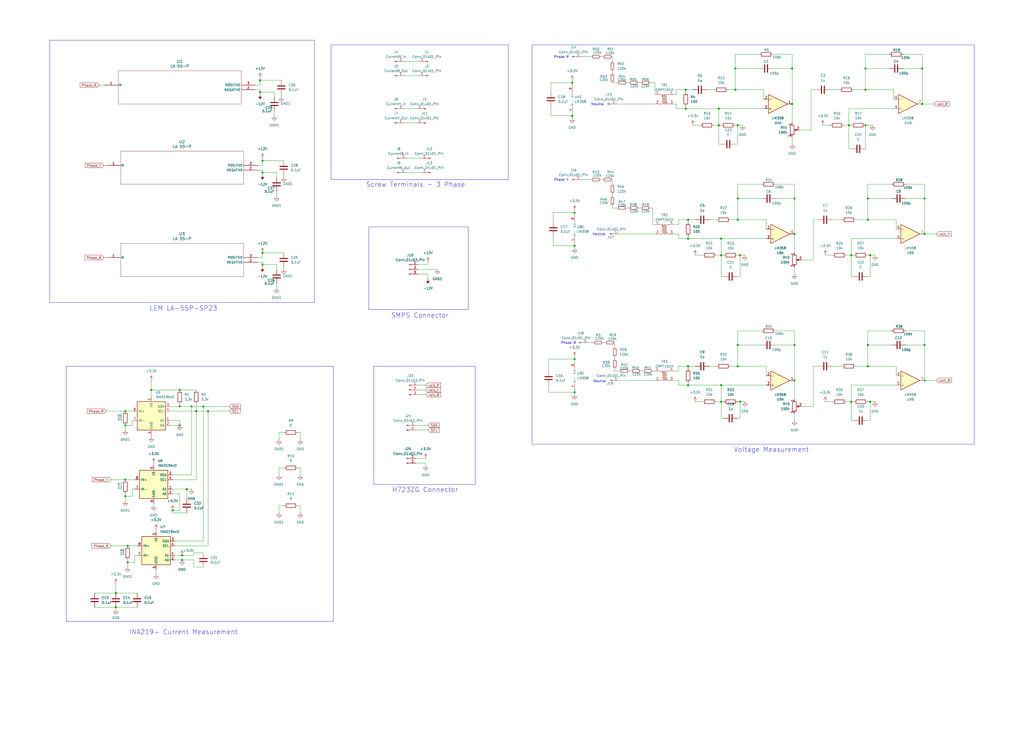
<source format=kicad_sch>
(kicad_sch (version 20231120) (generator "eeschema") (generator_version "8.0")
  (paper "User" 550 400)
  (lib_symbols
    (symbol "2025-06-08_19-24-05:LA_55-P" (pin_names (offset 0.254))
      (property "Reference" "U" (at 40.64 12.7 0))
      (property "Value" "LA 55-P" (at 40.64 10.16 0))
      (symbol "LA_55-P_0_1"
        (pin output line (at 0 0 0) (length 7.62) (name "M") (number "1"))
        (pin input line (at 81.28 -2.54 180) (length 7.62) (name "NEGATIVE") (number "2"))
        (pin input line (at 81.28 0 180) (length 7.62) (name "POSITIVE") (number "3"))
      )
    )
    (symbol "Amplifier_Operational:LM358" (pin_names (offset 0.127))
      (property "Reference" "U" (at 0 5.08 0))
      (property "Value" "LM358" (at 0 -5.08 0))
      (symbol "LM358_1_1"
        (pin output line (at 7.62 0 180) (length 2.54) (name "~") (number "1"))
        (pin input line (at -7.62 -2.54 0) (length 2.54) (name "-") (number "2"))
        (pin input line (at -7.62 2.54 0) (length 2.54) (name "+") (number "3"))
      )
      (symbol "LM358_2_1"
        (pin input line (at -7.62 2.54 0) (length 2.54) (name "+") (number "5"))
        (pin input line (at -7.62 -2.54 0) (length 2.54) (name "-") (number "6"))
        (pin output line (at 7.62 0 180) (length 2.54) (name "~") (number "7"))
      )
      (symbol "LM358_3_1"
        (pin power_in line (at -2.54 -7.62 90) (length 3.81) (name "V-") (number "4"))
        (pin power_in line (at -2.54 7.62 270) (length 3.81) (name "V+") (number "8"))
      )
    )
    (symbol "Connector:Conn_01x01_Pin" (pin_names (offset 1.016) hide)
      (property "Reference" "J" (at 0 2.54 0))
      (property "Value" "Conn_01x01_Pin" (at 0 -2.54 0))
      (symbol "Conn_01x01_Pin_1_1"
        (pin passive line (at 5.08 0 180) (length 3.81) (name "Pin_1") (number "1"))
      )
    )
    (symbol "Connector:Conn_01x02_Pin" (pin_names (offset 1.016) hide)
      (property "Reference" "J" (at 0 2.54 0))
      (property "Value" "Conn_01x02_Pin" (at 0 -5.08 0))
      (symbol "Conn_01x02_Pin_1_1"
        (pin passive line (at 5.08 0 180) (length 3.81) (name "Pin_1") (number "1"))
        (pin passive line (at 5.08 -2.54 180) (length 3.81) (name "Pin_2") (number "2"))
      )
    )
    (symbol "Connector:Conn_01x03_Pin" (pin_names (offset 1.016) hide)
      (property "Reference" "J" (at 0 5.08 0))
      (property "Value" "Conn_01x03_Pin" (at 0 -5.08 0))
      (symbol "Conn_01x03_Pin_1_1"
        (pin passive line (at 5.08 2.54 180) (length 3.81) (name "Pin_1") (number "1"))
        (pin passive line (at 5.08 0 180) (length 3.81) (name "Pin_2") (number "2"))
        (pin passive line (at 5.08 -2.54 180) (length 3.81) (name "Pin_3") (number "3"))
      )
    )
    (symbol "Device:C" (pin_numbers hide) (pin_names (offset 0.254))
      (property "Reference" "C" (at 0.635 2.54 0))
      (property "Value" "C" (at 0.635 -2.54 0))
      (symbol "C_1_1"
        (pin passive line (at 0 3.81 270) (length 2.794) (name "~") (number "1"))
        (pin passive line (at 0 -3.81 90) (length 2.794) (name "~") (number "2"))
      )
    )
    (symbol "Device:R" (pin_numbers hide) (pin_names (offset 0))
      (property "Reference" "R" (at 2.032 0 90))
      (property "Value" "R" (at 0 0 90))
      (symbol "R_1_1"
        (pin passive line (at 0 3.81 270) (length 1.27) (name "~") (number "1"))
        (pin passive line (at 0 -3.81 90) (length 1.27) (name "~") (number "2"))
      )
    )
    (symbol "Device:R_Potentiometer" (pin_names (offset 1.016) hide)
      (property "Reference" "RV" (at -4.445 0 90))
      (property "Value" "R_Potentiometer" (at -2.54 0 90))
      (symbol "R_Potentiometer_1_1"
        (pin passive line (at 0 3.81 270) (length 1.27) (name "1") (number "1"))
        (pin passive line (at 3.81 0 180) (length 1.27) (name "2") (number "2"))
        (pin passive line (at 0 -3.81 90) (length 1.27) (name "3") (number "3"))
      )
    )
    (symbol "Device:R_Small" (pin_numbers hide) (pin_names (offset 0.254) hide)
      (property "Reference" "R" (at 0.762 0.508 0))
      (property "Value" "R_Small" (at 0.762 -1.016 0))
      (symbol "R_Small_1_1"
        (pin passive line (at 0 2.54 270) (length 0.762) (name "~") (number "1"))
        (pin passive line (at 0 -2.54 90) (length 0.762) (name "~") (number "2"))
      )
    )
    (symbol "Sensor_Energy:INA219AxD"
      (property "Reference" "U" (at -6.35 8.89 0))
      (property "Value" "INA219AxD" (at 5.08 8.89 0))
      (symbol "INA219AxD_1_1"
        (pin input line (at 10.16 -2.54 180) (length 2.54) (name "A1") (number "1"))
        (pin input line (at 10.16 -5.08 180) (length 2.54) (name "A0") (number "2"))
        (pin bidirectional line (at 10.16 5.08 180) (length 2.54) (name "SDA") (number "3"))
        (pin input line (at 10.16 2.54 180) (length 2.54) (name "SCL") (number "4"))
        (pin power_in line (at 0 10.16 270) (length 2.54) (name "VS") (number "5"))
        (pin power_in line (at 0 -10.16 90) (length 2.54) (name "GND") (number "6"))
        (pin input line (at -10.16 -2.54 0) (length 2.54) (name "IN-") (number "7"))
        (pin input line (at -10.16 2.54 0) (length 2.54) (name "IN+") (number "8"))
      )
    )
    (symbol "Transformer:ZMPT101K"
      (property "Reference" "TR" (at 0 4.445 0))
      (property "Value" "ZMPT101K" (at 0 -4.445 0))
      (symbol "ZMPT101K_1_1"
        (pin passive line (at -5.08 2.54 0) (length 2.54) (name "~") (number "1"))
        (pin passive line (at -5.08 -2.54 0) (length 2.54) (name "~") (number "2"))
        (pin passive line (at 5.08 -2.54 180) (length 2.54) (name "~") (number "3"))
        (pin passive line (at 5.08 2.54 180) (length 2.54) (name "~") (number "4"))
      )
    )
    (symbol "power:+12V" (power) (pin_numbers hide) (pin_names (offset 0) hide)
      (property "Value" "+12V" (at 0 3.556 0))
      (symbol "+12V_1_1"
        (pin power_in line (at 0 0 90) (length 0) (name "~") (number "1"))
      )
    )
    (symbol "power:+3.3V" (power) (pin_numbers hide) (pin_names (offset 0) hide)
      (property "Value" "+3.3V" (at 0 3.556 0))
      (symbol "+3.3V_1_1"
        (pin power_in line (at 0 0 90) (length 0) (name "~") (number "1"))
      )
    )
    (symbol "power:-12V" (power) (pin_numbers hide) (pin_names (offset 0) hide)
      (property "Value" "-12V" (at 0 3.556 0))
      (symbol "-12V_0_0"
        (pin power_in line (at 0 0 90) (length 0) (name "~") (number "1"))
      )
    )
    (symbol "power:GND" (power) (pin_numbers hide) (pin_names (offset 0) hide)
      (property "Value" "GND" (at 0 -3.81 0))
      (symbol "GND_1_1"
        (pin power_in line (at 0 0 270) (length 0) (name "~") (number "1"))
      )
    )
    (symbol "power:GND1" (power) (pin_numbers hide) (pin_names (offset 0) hide)
      (property "Value" "GND1" (at 0 -3.81 0))
      (symbol "GND1_1_1"
        (pin power_in line (at 0 0 270) (length 0) (name "~") (number "1"))
      )
    )
  )
  (junction (at 62.23 326.39))
  (junction (at 307.34 44.45))
  (junction (at 394.97 36.83))
  (junction (at 96.52 228.6))
  (junction (at 396.24 196.85))
  (junction (at 96.52 218.44))
  (junction (at 369.57 196.85))
  (junction (at 425.45 36.83))
  (junction (at 387.35 137.16))
  (junction (at 387.35 215.9))
  (junction (at 466.09 185.42))
  (junction (at 396.24 106.68))
  (junction (at 457.2 215.9))
  (junction (at 307.34 62.23))
  (junction (at 495.3 36.83))
  (junction (at 368.3 48.26))
  (junction (at 308.61 193.04))
  (junction (at 67.31 228.6))
  (junction (at 308.61 210.82))
  (junction (at 100.33 262.89))
  (junction (at 496.57 106.68))
  (junction (at 466.09 106.68))
  (junction (at 97.79 300.99))
  (junction (at 496.57 185.42))
  (junction (at 140.97 86.36))
  (junction (at 140.97 92.71))
  (junction (at 102.87 218.44))
  (junction (at 139.7 49.53))
  (junction (at 62.23 318.77))
  (junction (at 466.09 118.11))
  (junction (at 109.22 218.44))
  (junction (at 67.31 220.98))
  (junction (at 467.36 215.9))
  (junction (at 396.24 118.11))
  (junction (at 396.24 185.42))
  (junction (at 139.7 43.18))
  (junction (at 386.08 58.42))
  (junction (at 426.72 106.68))
  (junction (at 464.82 36.83))
  (junction (at 457.2 137.16))
  (junction (at 466.09 196.85))
  (junction (at 496.57 125.73))
  (junction (at 455.93 67.31))
  (junction (at 369.57 207.01))
  (junction (at 496.57 204.47))
  (junction (at 96.52 209.55))
  (junction (at 397.51 215.9))
  (junction (at 92.71 274.32))
  (junction (at 140.97 135.89))
  (junction (at 467.36 137.16))
  (junction (at 495.3 55.88))
  (junction (at 68.58 302.26))
  (junction (at 387.35 128.27))
  (junction (at 387.35 207.01))
  (junction (at 140.97 142.24))
  (junction (at 308.61 132.08))
  (junction (at 464.82 48.26))
  (junction (at 105.41 220.98))
  (junction (at 67.31 266.7))
  (junction (at 368.3 58.42))
  (junction (at 396.24 67.31))
  (junction (at 397.51 137.16))
  (junction (at 394.97 48.26))
  (junction (at 426.72 125.73))
  (junction (at 369.57 128.27))
  (junction (at 369.57 118.11))
  (junction (at 308.61 114.3))
  (junction (at 464.82 67.31))
  (junction (at 386.08 67.31))
  (junction (at 97.79 298.45))
  (junction (at 426.72 204.47))
  (junction (at 111.76 220.98))
  (junction (at 425.45 55.88))
  (junction (at 67.31 257.81))
  (junction (at 426.72 185.42))
  (junction (at 68.58 293.37))
  (junction (at 81.28 209.55))
  (wire (pts (xy 308.61 113.03) (xy 308.61 114.3)))
  (wire (pts (xy 396.24 185.42) (xy 396.24 177.8)))
  (wire (pts (xy 323.85 184.15) (xy 325.12 184.15)))
  (wire (pts (xy 426.72 125.73) (xy 426.72 135.89)))
  (wire (pts (xy 105.41 220.98) (xy 105.41 217.17)))
  (wire (pts (xy 394.97 36.83) (xy 407.67 36.83)))
  (wire (pts (xy 467.36 215.9) (xy 467.36 226.06)))
  (wire (pts (xy 308.61 130.81) (xy 308.61 132.08)))
  (wire (pts (xy 373.38 137.16) (xy 377.19 137.16)))
  (wire (pts (xy 350.52 111.76) (xy 350.52 120.65)))
  (wire (pts (xy 104.14 300.99) (xy 104.14 304.8)))
  (wire (pts (xy 485.14 29.21) (xy 495.3 29.21)))
  (wire (pts (xy 148.59 102.87) (xy 148.59 105.41)))
  (wire (pts (xy 140.97 85.09) (xy 140.97 86.36)))
  (wire (pts (xy 147.32 59.69) (xy 147.32 62.23)))
  (wire (pts (xy 455.93 58.42) (xy 455.93 67.31)))
  (wire (pts (xy 496.57 99.06) (xy 496.57 106.68)))
  (wire (pts (xy 137.16 48.26) (xy 139.7 48.26)))
  (wire (pts (xy 364.49 118.11) (xy 369.57 118.11)))
  (wire (pts (xy 294.64 199.39) (xy 294.64 193.04)))
  (wire (pts (xy 416.56 177.8) (xy 426.72 177.8)))
  (wire (pts (xy 496.57 185.42) (xy 496.57 204.47)))
  (wire (pts (xy 496.57 106.68) (xy 496.57 125.73)))
  (wire (pts (xy 104.14 304.8) (xy 109.22 304.8)))
  (wire (pts (xy 467.36 137.16) (xy 469.9 137.16)))
  (wire (pts (xy 441.96 67.31) (xy 445.77 67.31)))
  (wire (pts (xy 68.58 304.8) (xy 68.58 302.26)))
  (wire (pts (xy 458.47 226.06) (xy 457.2 226.06)))
  (wire (pts (xy 344.17 199.39) (xy 345.44 199.39)))
  (wire (pts (xy 109.22 290.83) (xy 109.22 218.44)))
  (wire (pts (xy 148.59 95.25) (xy 148.59 92.71)))
  (wire (pts (xy 396.24 77.47) (xy 394.97 77.47)))
  (wire (pts (xy 328.93 38.1) (xy 328.93 39.37)))
  (wire (pts (xy 342.9 111.76) (xy 344.17 111.76)))
  (wire (pts (xy 308.61 209.55) (xy 308.61 210.82)))
  (wire (pts (xy 369.57 207.01) (xy 387.35 207.01)))
  (wire (pts (xy 328.93 111.76) (xy 331.47 111.76)))
  (wire (pts (xy 379.73 48.26) (xy 383.54 48.26)))
  (wire (pts (xy 386.08 58.42) (xy 386.08 67.31)))
  (wire (pts (xy 426.72 143.51) (xy 426.72 147.32)))
  (wire (pts (xy 396.24 137.16) (xy 397.51 137.16)))
  (wire (pts (xy 466.09 177.8) (xy 478.79 177.8)))
  (wire (pts (xy 308.61 191.77) (xy 308.61 193.04)))
  (wire (pts (xy 464.82 48.26) (xy 464.82 36.83)))
  (wire (pts (xy 496.57 125.73) (xy 502.92 125.73)))
  (wire (pts (xy 297.18 127) (xy 297.18 132.08)))
  (wire (pts (xy 397.51 148.59) (xy 396.24 148.59)))
  (wire (pts (xy 59.69 257.81) (xy 67.31 257.81)))
  (wire (pts (xy 396.24 67.31) (xy 398.78 67.31)))
  (wire (pts (xy 387.35 148.59) (xy 387.35 137.16)))
  (wire (pts (xy 224.79 209.55) (xy 228.6 209.55)))
  (wire (pts (xy 426.72 106.68) (xy 426.72 125.73)))
  (wire (pts (xy 416.56 185.42) (xy 426.72 185.42)))
  (wire (pts (xy 109.22 297.18) (xy 104.14 297.18)))
  (wire (pts (xy 328.93 44.45) (xy 331.47 44.45)))
  (wire (pts (xy 481.33 128.27) (xy 457.2 128.27)))
  (wire (pts (xy 369.57 196.85) (xy 369.57 198.12)))
  (wire (pts (xy 67.31 220.98) (xy 71.12 220.98)))
  (wire (pts (xy 332.74 204.47) (xy 351.79 204.47)))
  (wire (pts (xy 297.18 114.3) (xy 308.61 114.3)))
  (wire (pts (xy 151.13 50.8) (xy 151.13 52.07)))
  (wire (pts (xy 140.97 91.44) (xy 140.97 92.71)))
  (wire (pts (xy 388.62 215.9) (xy 387.35 215.9)))
  (wire (pts (xy 218.44 85.09) (xy 226.06 85.09)))
  (wire (pts (xy 369.57 196.85) (xy 373.38 196.85)))
  (wire (pts (xy 455.93 67.31) (xy 457.2 67.31)))
  (wire (pts (xy 92.71 255.27) (xy 102.87 255.27)))
  (wire (pts (xy 229.87 142.24) (xy 229.87 140.97)))
  (wire (pts (xy 481.33 207.01) (xy 457.2 207.01)))
  (wire (pts (xy 436.88 218.44) (xy 436.88 196.85)))
  (wire (pts (xy 149.86 271.78) (xy 149.86 275.59)))
  (wire (pts (xy 139.7 43.18) (xy 151.13 43.18)))
  (wire (pts (xy 331.47 55.88) (xy 351.79 55.88)))
  (wire (pts (xy 104.14 298.45) (xy 97.79 298.45)))
  (wire (pts (xy 328.93 99.06) (xy 328.93 96.52)))
  (wire (pts (xy 229.87 147.32) (xy 229.87 149.86)))
  (wire (pts (xy 436.88 118.11) (xy 439.42 118.11)))
  (wire (pts (xy 361.95 120.65) (xy 364.49 120.65)))
  (wire (pts (xy 149.86 251.46) (xy 149.86 255.27)))
  (wire (pts (xy 152.4 271.78) (xy 149.86 271.78)))
  (wire (pts (xy 50.8 318.77) (xy 62.23 318.77)))
  (wire (pts (xy 81.28 209.55) (xy 96.52 209.55)))
  (wire (pts (xy 349.25 111.76) (xy 350.52 111.76)))
  (wire (pts (xy 459.74 196.85) (xy 466.09 196.85)))
  (wire (pts (xy 139.7 49.53) (xy 139.7 50.8)))
  (wire (pts (xy 464.82 67.31) (xy 464.82 80.01)))
  (wire (pts (xy 105.41 220.98) (xy 111.76 220.98)))
  (wire (pts (xy 368.3 48.26) (xy 368.3 49.53)))
  (wire (pts (xy 337.82 199.39) (xy 339.09 199.39)))
  (wire (pts (xy 364.49 199.39) (xy 364.49 196.85)))
  (wire (pts (xy 96.52 209.55) (xy 105.41 209.55)))
  (wire (pts (xy 81.28 209.55) (xy 81.28 213.36)))
  (wire (pts (xy 495.3 29.21) (xy 495.3 36.83)))
  (wire (pts (xy 445.77 48.26) (xy 450.85 48.26)))
  (wire (pts (xy 81.28 234.95) (xy 81.28 233.68)))
  (wire (pts (xy 486.41 185.42) (xy 496.57 185.42)))
  (wire (pts (xy 436.88 218.44) (xy 430.53 218.44)))
  (wire (pts (xy 111.76 220.98) (xy 123.19 220.98)))
  (wire (pts (xy 312.42 30.48) (xy 317.5 30.48)))
  (wire (pts (xy 464.82 29.21) (xy 477.52 29.21)))
  (wire (pts (xy 229.87 231.14) (xy 223.52 231.14)))
  (wire (pts (xy 152.4 93.98) (xy 152.4 95.25)))
  (wire (pts (xy 148.59 144.78) (xy 148.59 142.24)))
  (wire (pts (xy 92.71 275.59) (xy 92.71 274.32)))
  (wire (pts (xy 104.14 297.18) (xy 104.14 298.45)))
  (wire (pts (xy 425.45 73.66) (xy 425.45 77.47)))
  (wire (pts (xy 93.98 298.45) (xy 97.79 298.45)))
  (wire (pts (xy 386.08 77.47) (xy 386.08 67.31)))
  (wire (pts (xy 160.02 232.41) (xy 161.29 232.41)))
  (wire (pts (xy 55.88 88.9) (xy 57.15 88.9)))
  (wire (pts (xy 436.88 139.7) (xy 436.88 118.11)))
  (wire (pts (xy 97.79 300.99) (xy 104.14 300.99)))
  (wire (pts (xy 467.36 215.9) (xy 469.9 215.9)))
  (wire (pts (xy 308.61 193.04) (xy 308.61 194.31)))
  (wire (pts (xy 224.79 212.09) (xy 228.6 212.09)))
  (wire (pts (xy 336.55 44.45) (xy 337.82 44.45)))
  (wire (pts (xy 364.49 120.65) (xy 364.49 118.11)))
  (wire (pts (xy 351.79 50.8) (xy 351.79 44.45)))
  (wire (pts (xy 415.29 36.83) (xy 425.45 36.83)))
  (wire (pts (xy 229.87 228.6) (xy 223.52 228.6)))
  (wire (pts (xy 91.44 226.06) (xy 96.52 226.06)))
  (wire (pts (xy 217.17 40.64) (xy 224.79 40.64)))
  (wire (pts (xy 495.3 36.83) (xy 495.3 55.88)))
  (wire (pts (xy 140.97 86.36) (xy 152.4 86.36)))
  (wire (pts (xy 152.4 251.46) (xy 149.86 251.46)))
  (wire (pts (xy 364.49 128.27) (xy 364.49 125.73)))
  (wire (pts (xy 312.42 96.52) (xy 317.5 96.52)))
  (wire (pts (xy 91.44 220.98) (xy 105.41 220.98)))
  (wire (pts (xy 458.47 148.59) (xy 457.2 148.59)))
  (wire (pts (xy 480.06 48.26) (xy 480.06 53.34)))
  (wire (pts (xy 410.21 48.26) (xy 410.21 53.34)))
  (wire (pts (xy 464.82 67.31) (xy 468.63 67.31)))
  (wire (pts (xy 217.17 66.04) (xy 223.52 66.04)))
  (wire (pts (xy 140.97 92.71) (xy 140.97 93.98)))
  (wire (pts (xy 139.7 48.26) (xy 139.7 49.53)))
  (wire (pts (xy 457.2 207.01) (xy 457.2 215.9)))
  (wire (pts (xy 330.2 191.77) (xy 330.2 193.04)))
  (wire (pts (xy 307.34 44.45) (xy 307.34 45.72)))
  (wire (pts (xy 426.72 204.47) (xy 426.72 214.63)))
  (wire (pts (xy 148.59 92.71) (xy 140.97 92.71)))
  (wire (pts (xy 82.55 271.78) (xy 82.55 270.51)))
  (wire (pts (xy 332.74 125.73) (xy 351.79 125.73)))
  (wire (pts (xy 297.18 119.38) (xy 297.18 114.3)))
  (wire (pts (xy 92.71 262.89) (xy 100.33 262.89)))
  (wire (pts (xy 416.56 106.68) (xy 426.72 106.68)))
  (wire (pts (xy 92.71 274.32) (xy 96.52 274.32)))
  (wire (pts (xy 62.23 318.77) (xy 62.23 313.69)))
  (wire (pts (xy 67.31 231.14) (xy 67.31 228.6)))
  (wire (pts (xy 369.57 128.27) (xy 364.49 128.27)))
  (wire (pts (xy 396.24 196.85) (xy 396.24 185.42)))
  (wire (pts (xy 228.6 248.92) (xy 223.52 248.92)))
  (wire (pts (xy 140.97 142.24) (xy 140.97 143.51)))
  (wire (pts (xy 387.35 207.01) (xy 387.35 215.9)))
  (wire (pts (xy 308.61 114.3) (xy 308.61 115.57)))
  (wire (pts (xy 388.62 148.59) (xy 387.35 148.59)))
  (wire (pts (xy 100.33 275.59) (xy 92.71 275.59)))
  (wire (pts (xy 455.93 67.31) (xy 453.39 67.31)))
  (wire (pts (xy 71.12 228.6) (xy 71.12 226.06)))
  (wire (pts (xy 328.93 33.02) (xy 328.93 30.48)))
  (wire (pts (xy 102.87 255.27) (xy 102.87 218.44)))
  (wire (pts (xy 307.34 60.96) (xy 307.34 62.23)))
  (wire (pts (xy 140.97 135.89) (xy 152.4 135.89)))
  (wire (pts (xy 436.88 139.7) (xy 430.53 139.7)))
  (wire (pts (xy 411.48 207.01) (xy 387.35 207.01)))
  (wire (pts (xy 138.43 91.44) (xy 140.97 91.44)))
  (wire (pts (xy 322.58 96.52) (xy 323.85 96.52)))
  (wire (pts (xy 464.82 36.83) (xy 477.52 36.83)))
  (wire (pts (xy 486.41 106.68) (xy 496.57 106.68)))
  (wire (pts (xy 62.23 318.77) (xy 73.66 318.77)))
  (wire (pts (xy 53.34 45.72) (xy 55.88 45.72)))
  (wire (pts (xy 295.91 44.45) (xy 307.34 44.45)))
  (wire (pts (xy 152.4 232.41) (xy 149.86 232.41)))
  (wire (pts (xy 147.32 49.53) (xy 139.7 49.53)))
  (wire (pts (xy 387.35 224.79) (xy 387.35 215.9)))
  (wire (pts (xy 361.95 125.73) (xy 364.49 125.73)))
  (wire (pts (xy 447.04 196.85) (xy 452.12 196.85)))
  (wire (pts (xy 102.87 218.44) (xy 109.22 218.44)))
  (wire (pts (xy 91.44 228.6) (xy 96.52 228.6)))
  (wire (pts (xy 466.09 106.68) (xy 466.09 99.06)))
  (wire (pts (xy 426.72 177.8) (xy 426.72 185.42)))
  (wire (pts (xy 96.52 274.32) (xy 96.52 265.43)))
  (wire (pts (xy 457.2 148.59) (xy 457.2 137.16)))
  (wire (pts (xy 295.91 62.23) (xy 307.34 62.23)))
  (wire (pts (xy 140.97 86.36) (xy 140.97 88.9)))
  (wire (pts (xy 495.3 55.88) (xy 501.65 55.88)))
  (wire (pts (xy 363.22 48.26) (xy 368.3 48.26)))
  (wire (pts (xy 161.29 271.78) (xy 161.29 275.59)))
  (wire (pts (xy 369.57 128.27) (xy 387.35 128.27)))
  (wire (pts (xy 147.32 52.07) (xy 147.32 49.53)))
  (wire (pts (xy 72.39 302.26) (xy 72.39 298.45)))
  (wire (pts (xy 361.95 55.88) (xy 363.22 55.88)))
  (wire (pts (xy 466.09 196.85) (xy 481.33 196.85)))
  (wire (pts (xy 62.23 326.39) (xy 73.66 326.39)))
  (wire (pts (xy 330.2 198.12) (xy 330.2 199.39)))
  (wire (pts (xy 397.51 215.9) (xy 400.05 215.9)))
  (wire (pts (xy 396.24 196.85) (xy 411.48 196.85)))
  (wire (pts (xy 411.48 118.11) (xy 411.48 123.19)))
  (wire (pts (xy 67.31 266.7) (xy 67.31 269.24)))
  (wire (pts (xy 373.38 215.9) (xy 377.19 215.9)))
  (wire (pts (xy 436.88 196.85) (xy 439.42 196.85)))
  (wire (pts (xy 295.91 57.15) (xy 295.91 62.23)))
  (wire (pts (xy 447.04 118.11) (xy 452.12 118.11)))
  (wire (pts (xy 224.79 207.01) (xy 228.6 207.01)))
  (wire (pts (xy 396.24 118.11) (xy 411.48 118.11)))
  (wire (pts (xy 368.3 57.15) (xy 368.3 58.42)))
  (wire (pts (xy 369.57 118.11) (xy 369.57 119.38)))
  (wire (pts (xy 59.69 293.37) (xy 68.58 293.37)))
  (wire (pts (xy 466.09 185.42) (xy 466.09 177.8)))
  (wire (pts (xy 93.98 300.99) (xy 97.79 300.99)))
  (wire (pts (xy 149.86 232.41) (xy 149.86 236.22)))
  (wire (pts (xy 307.34 62.23) (xy 307.34 63.5)))
  (wire (pts (xy 387.35 224.79) (xy 388.62 224.79)))
  (wire (pts (xy 161.29 232.41) (xy 161.29 236.22)))
  (wire (pts (xy 139.7 45.72) (xy 137.16 45.72)))
  (wire (pts (xy 68.58 302.26) (xy 72.39 302.26)))
  (wire (pts (xy 161.29 251.46) (xy 161.29 255.27)))
  (wire (pts (xy 96.52 226.06) (xy 96.52 228.6)))
  (wire (pts (xy 457.2 215.9) (xy 457.2 226.06)))
  (wire (pts (xy 394.97 36.83) (xy 394.97 29.21)))
  (wire (pts (xy 368.3 58.42) (xy 363.22 58.42)))
  (wire (pts (xy 297.18 132.08) (xy 308.61 132.08)))
  (wire (pts (xy 457.2 128.27) (xy 457.2 137.16)))
  (wire (pts (xy 455.93 80.01) (xy 455.93 67.31)))
  (wire (pts (xy 397.51 224.79) (xy 396.24 224.79)))
  (wire (pts (xy 411.48 128.27) (xy 387.35 128.27)))
  (wire (pts (xy 81.28 204.47) (xy 81.28 209.55)))
  (wire (pts (xy 363.22 50.8) (xy 363.22 48.26)))
  (wire (pts (xy 330.2 186.69) (xy 330.2 184.15)))
  (wire (pts (xy 92.71 257.81) (xy 105.41 257.81)))
  (wire (pts (xy 160.02 251.46) (xy 161.29 251.46)))
  (wire (pts (xy 361.95 204.47) (xy 364.49 204.47)))
  (wire (pts (xy 457.2 137.16) (xy 458.47 137.16)))
  (wire (pts (xy 140.97 135.89) (xy 140.97 138.43)))
  (wire (pts (xy 466.09 118.11) (xy 466.09 106.68)))
  (wire (pts (xy 369.57 118.11) (xy 373.38 118.11)))
  (wire (pts (xy 457.2 80.01) (xy 455.93 80.01)))
  (wire (pts (xy 397.51 137.16) (xy 397.51 148.59)))
  (wire (pts (xy 426.72 222.25) (xy 426.72 226.06)))
  (wire (pts (xy 486.41 99.06) (xy 496.57 99.06)))
  (wire (pts (xy 96.52 218.44) (xy 102.87 218.44)))
  (wire (pts (xy 410.21 58.42) (xy 386.08 58.42)))
  (wire (pts (xy 486.41 177.8) (xy 496.57 177.8)))
  (wire (pts (xy 91.44 218.44) (xy 96.52 218.44)))
  (wire (pts (xy 342.9 44.45) (xy 344.17 44.45)))
  (wire (pts (xy 396.24 177.8) (xy 408.94 177.8)))
  (wire (pts (xy 466.09 99.06) (xy 478.79 99.06)))
  (wire (pts (xy 397.51 137.16) (xy 400.05 137.16)))
  (wire (pts (xy 443.23 137.16) (xy 447.04 137.16)))
  (wire (pts (xy 396.24 106.68) (xy 396.24 99.06)))
  (wire (pts (xy 336.55 111.76) (xy 337.82 111.76)))
  (wire (pts (xy 466.09 118.11) (xy 481.33 118.11)))
  (wire (pts (xy 425.45 55.88) (xy 425.45 66.04)))
  (wire (pts (xy 67.31 265.43) (xy 67.31 266.7)))
  (wire (pts (xy 464.82 36.83) (xy 464.82 29.21)))
  (wire (pts (xy 67.31 266.7) (xy 71.12 266.7)))
  (wire (pts (xy 466.09 137.16) (xy 467.36 137.16)))
  (wire (pts (xy 96.52 265.43) (xy 92.71 265.43)))
  (wire (pts (xy 457.2 215.9) (xy 454.66 215.9)))
  (wire (pts (xy 397.51 215.9) (xy 397.51 224.79)))
  (wire (pts (xy 411.48 196.85) (xy 411.48 201.93)))
  (wire (pts (xy 396.24 106.68) (xy 408.94 106.68)))
  (wire (pts (xy 387.35 137.16) (xy 388.62 137.16)))
  (wire (pts (xy 50.8 326.39) (xy 62.23 326.39)))
  (wire (pts (xy 392.43 196.85) (xy 396.24 196.85)))
  (wire (pts (xy 350.52 120.65) (xy 351.79 120.65)))
  (wire (pts (xy 480.06 58.42) (xy 455.93 58.42)))
  (wire (pts (xy 467.36 148.59) (xy 466.09 148.59)))
  (wire (pts (xy 67.31 257.81) (xy 72.39 257.81)))
  (wire (pts (xy 464.82 48.26) (xy 480.06 48.26)))
  (wire (pts (xy 369.57 127) (xy 369.57 128.27)))
  (wire (pts (xy 496.57 177.8) (xy 496.57 185.42)))
  (wire (pts (xy 466.09 226.06) (xy 467.36 226.06)))
  (wire (pts (xy 217.17 33.02) (xy 224.79 33.02)))
  (wire (pts (xy 224.79 147.32) (xy 229.87 147.32)))
  (wire (pts (xy 139.7 43.18) (xy 139.7 45.72)))
  (wire (pts (xy 93.98 293.37) (xy 111.76 293.37)))
  (wire (pts (xy 386.08 67.31) (xy 387.35 67.31)))
  (wire (pts (xy 466.09 106.68) (xy 478.79 106.68)))
  (wire (pts (xy 481.33 118.11) (xy 481.33 123.19)))
  (wire (pts (xy 396.24 67.31) (xy 396.24 77.47)))
  (wire (pts (xy 294.64 193.04) (xy 308.61 193.04)))
  (wire (pts (xy 140.97 88.9) (xy 138.43 88.9)))
  (wire (pts (xy 57.15 220.98) (xy 67.31 220.98)))
  (wire (pts (xy 351.79 44.45) (xy 349.25 44.45)))
  (wire (pts (xy 392.43 118.11) (xy 396.24 118.11)))
  (wire (pts (xy 425.45 36.83) (xy 425.45 55.88)))
  (wire (pts (xy 372.11 67.31) (xy 375.92 67.31)))
  (wire (pts (xy 481.33 196.85) (xy 481.33 201.93)))
  (wire (pts (xy 295.91 49.53) (xy 295.91 44.45)))
  (wire (pts (xy 148.59 142.24) (xy 140.97 142.24)))
  (wire (pts (xy 394.97 67.31) (xy 396.24 67.31)))
  (wire (pts (xy 68.58 300.99) (xy 68.58 302.26)))
  (wire (pts (xy 457.2 137.16) (xy 454.66 137.16)))
  (wire (pts (xy 67.31 228.6) (xy 71.12 228.6)))
  (wire (pts (xy 82.55 248.92) (xy 82.55 250.19)))
  (wire (pts (xy 330.2 199.39) (xy 332.74 199.39)))
  (wire (pts (xy 384.81 215.9) (xy 387.35 215.9)))
  (wire (pts (xy 496.57 204.47) (xy 502.92 204.47)))
  (wire (pts (xy 294.64 207.01) (xy 294.64 210.82)))
  (wire (pts (xy 368.3 58.42) (xy 386.08 58.42)))
  (wire (pts (xy 55.88 138.43) (xy 57.15 138.43)))
  (wire (pts (xy 363.22 55.88) (xy 363.22 58.42)))
  (wire (pts (xy 369.57 207.01) (xy 364.49 207.01)))
  (wire (pts (xy 96.52 217.17) (xy 96.52 218.44)))
  (wire (pts (xy 316.23 184.15) (xy 318.77 184.15)))
  (wire (pts (xy 152.4 143.51) (xy 152.4 144.78)))
  (wire (pts (xy 71.12 266.7) (xy 71.12 262.89)))
  (wire (pts (xy 72.39 298.45) (xy 73.66 298.45)))
  (wire (pts (xy 223.52 246.38) (xy 228.6 246.38)))
  (wire (pts (xy 160.02 271.78) (xy 161.29 271.78)))
  (wire (pts (xy 138.43 140.97) (xy 140.97 140.97)))
  (wire (pts (xy 100.33 262.89) (xy 100.33 267.97)))
  (wire (pts (xy 415.29 29.21) (xy 425.45 29.21)))
  (wire (pts (xy 435.61 69.85) (xy 429.26 69.85)))
  (wire (pts (xy 328.93 110.49) (xy 328.93 111.76)))
  (wire (pts (xy 426.72 185.42) (xy 426.72 204.47)))
  (wire (pts (xy 328.93 104.14) (xy 328.93 105.41)))
  (wire (pts (xy 416.56 99.06) (xy 426.72 99.06)))
  (wire (pts (xy 224.79 142.24) (xy 229.87 142.24)))
  (wire (pts (xy 68.58 293.37) (xy 73.66 293.37)))
  (wire (pts (xy 307.34 43.18) (xy 307.34 44.45)))
  (wire (pts (xy 394.97 48.26) (xy 394.97 36.83)))
  (wire (pts (xy 218.44 92.71) (xy 226.06 92.71)))
  (wire (pts (xy 425.45 29.21) (xy 425.45 36.83)))
  (wire (pts (xy 148.59 152.4) (xy 148.59 154.94)))
  (wire (pts (xy 485.14 36.83) (xy 495.3 36.83)))
  (wire (pts (xy 139.7 41.91) (xy 139.7 43.18)))
  (wire (pts (xy 381 118.11) (xy 384.81 118.11)))
  (wire (pts (xy 426.72 99.06) (xy 426.72 106.68)))
  (wire (pts (xy 308.61 132.08) (xy 308.61 133.35)))
  (wire (pts (xy 368.3 48.26) (xy 372.11 48.26)))
  (wire (pts (xy 308.61 210.82) (xy 308.61 212.09)))
  (wire (pts (xy 322.58 30.48) (xy 323.85 30.48)))
  (wire (pts (xy 394.97 29.21) (xy 407.67 29.21)))
  (wire (pts (xy 364.49 196.85) (xy 369.57 196.85)))
  (wire (pts (xy 361.95 50.8) (xy 363.22 50.8)))
  (wire (pts (xy 140.97 138.43) (xy 138.43 138.43)))
  (wire (pts (xy 83.82 284.48) (xy 83.82 285.75)))
  (wire (pts (xy 397.51 215.9) (xy 396.24 215.9)))
  (wire (pts (xy 387.35 137.16) (xy 384.81 137.16)))
  (wire (pts (xy 387.35 128.27) (xy 387.35 137.16)))
  (wire (pts (xy 350.52 199.39) (xy 351.79 199.39)))
  (wire (pts (xy 71.12 262.89) (xy 72.39 262.89)))
  (wire (pts (xy 228.6 250.19) (xy 228.6 248.92)))
  (wire (pts (xy 100.33 262.89) (xy 102.87 262.89)))
  (wire (pts (xy 381 196.85) (xy 384.81 196.85)))
  (wire (pts (xy 396.24 185.42) (xy 408.94 185.42)))
  (wire (pts (xy 396.24 99.06) (xy 408.94 99.06)))
  (wire (pts (xy 466.09 185.42) (xy 478.79 185.42)))
  (wire (pts (xy 443.23 215.9) (xy 447.04 215.9)))
  (wire (pts (xy 435.61 48.26) (xy 438.15 48.26)))
  (wire (pts (xy 217.17 58.42) (xy 223.52 58.42)))
  (wire (pts (xy 457.2 215.9) (xy 458.47 215.9)))
  (wire (pts (xy 361.95 199.39) (xy 364.49 199.39)))
  (wire (pts (xy 387.35 77.47) (xy 386.08 77.47)))
  (wire (pts (xy 458.47 48.26) (xy 464.82 48.26)))
  (wire (pts (xy 435.61 69.85) (xy 435.61 48.26)))
  (wire (pts (xy 391.16 48.26) (xy 394.97 48.26)))
  (wire (pts (xy 364.49 207.01) (xy 364.49 204.47)))
  (wire (pts (xy 83.82 306.07) (xy 83.82 308.61)))
  (wire (pts (xy 93.98 290.83) (xy 109.22 290.83)))
  (wire (pts (xy 109.22 218.44) (xy 123.19 218.44)))
  (wire (pts (xy 466.09 215.9) (xy 467.36 215.9)))
  (wire (pts (xy 140.97 140.97) (xy 140.97 142.24)))
  (wire (pts (xy 466.09 196.85) (xy 466.09 185.42)))
  (wire (pts (xy 62.23 326.39) (xy 62.23 327.66)))
  (wire (pts (xy 394.97 48.26) (xy 410.21 48.26)))
  (wire (pts (xy 105.41 257.81) (xy 105.41 220.98)))
  (wire (pts (xy 396.24 118.11) (xy 396.24 106.68)))
  (wire (pts (xy 386.08 67.31) (xy 383.54 67.31)))
  (wire (pts (xy 294.64 210.82) (xy 308.61 210.82)))
  (wire (pts (xy 467.36 137.16) (xy 467.36 148.59)))
  (wire (pts (xy 111.76 293.37) (xy 111.76 220.98)))
  (wire (pts (xy 459.74 118.11) (xy 466.09 118.11)))
  (wire (pts (xy 224.79 144.78) (xy 234.95 144.78)))
  (wire (pts (xy 369.57 205.74) (xy 369.57 207.01)))
  (rectangle (start 285.75 24.13) (end 523.24 238.76))
  (rectangle (start 198.12 121.92) (end 251.46 166.37))
  (rectangle (start 177.8 24.13) (end 273.05 96.52))
  (rectangle (start 200.66 196.85) (end 255.27 260.35))
  (rectangle (start 71.12 330.2) (end 71.12 330.2))
  (rectangle (start 26.67 21.59) (end 168.91 162.56))
  (rectangle (start 35.56 196.85) (end 179.07 334.01))
  (text "Screw Terminals - 3 Phase\n\n" (at 223.266 101.346 0) (effects (font (size 2.5 2.5))))
  (text "Phase R\n" (at 301.498 30.734 0) (effects (font (size 1.27 1.27))))
  (text "Neutral\n" (at 321.056 56.134 0) (effects (font (size 1.27 1.27))))
  (text "SMPS Connector" (at 225.552 169.672 0) (effects (font (size 2.5 2.5))))
  (text "Phase B" (at 305.308 184.404 0) (effects (font (size 1.27 1.27))))
  (text "Neutral\n" (at 321.818 125.984 0) (effects (font (size 1.27 1.27))))
  (text "Phase Y\n" (at 301.498 96.774 0) (effects (font (size 1.27 1.27))))
  (text "H723ZG Connector" (at 228.346 263.398 0) (effects (font (size 2.5 2.5))))
  (text "INA219- Current Measurement\n" (at 98.552 339.852 0) (effects (font (size 2.5 2.5))))
  (text "LEM LA-55P-SP23\n" (at 98.552 165.862 0) (effects (font (size 2.5 2.5))))
  (text "Neutral\n" (at 322.072 204.978 0) (effects (font (size 1.27 1.27))))
  (text "Voltage Measurement" (at 414.274 241.808 0) (effects (font (size 2.5 2.5))))
  (global_label "Phase_B" (shape input) (at 55.88 138.43 180) (property "Intersheetrefs" "${INTERSHEET_REFS}" (effects (hide yes))))
  (global_label "volt_Y" (shape input) (at 502.92 125.73 0) (property "Intersheetrefs" "${INTERSHEET_REFS}" (effects (hide yes))))
  (global_label "volt_B" (shape input) (at 228.6 212.09 0) (property "Intersheetrefs" "${INTERSHEET_REFS}" (effects (hide yes))))
  (global_label "SDA" (shape input) (at 229.87 228.6 0) (property "Intersheetrefs" "${INTERSHEET_REFS}" (effects (hide yes))))
  (global_label "Phase_R" (shape input) (at 57.15 220.98 180) (property "Intersheetrefs" "${INTERSHEET_REFS}" (effects (hide yes))))
  (global_label "Phase_Y" (shape input) (at 55.88 88.9 180) (property "Intersheetrefs" "${INTERSHEET_REFS}" (effects (hide yes))))
  (global_label "Phase_Y" (shape input) (at 59.69 257.81 180) (property "Intersheetrefs" "${INTERSHEET_REFS}" (effects (hide yes))))
  (global_label "volt_R" (shape input) (at 228.6 207.01 0) (property "Intersheetrefs" "${INTERSHEET_REFS}" (effects (hide yes))))
  (global_label "Phase_B" (shape input) (at 59.69 293.37 180) (property "Intersheetrefs" "${INTERSHEET_REFS}" (effects (hide yes))))
  (global_label "Phase_R" (shape input) (at 53.34 45.72 180) (property "Intersheetrefs" "${INTERSHEET_REFS}" (effects (hide yes))))
  (global_label "volt_R" (shape input) (at 501.65 55.88 0) (property "Intersheetrefs" "${INTERSHEET_REFS}" (effects (hide yes))))
  (global_label "SCL" (shape input) (at 229.87 231.14 0) (property "Intersheetrefs" "${INTERSHEET_REFS}" (effects (hide yes))))
  (global_label "SCL" (shape input) (at 123.19 220.98 0) (property "Intersheetrefs" "${INTERSHEET_REFS}" (effects (hide yes))))
  (global_label "volt_B" (shape input) (at 502.92 204.47 0) (property "Intersheetrefs" "${INTERSHEET_REFS}" (effects (hide yes))))
  (global_label "SDA" (shape input) (at 123.19 218.44 0) (property "Intersheetrefs" "${INTERSHEET_REFS}" (effects (hide yes))))
  (global_label "volt_Y" (shape input) (at 228.6 209.55 0) (property "Intersheetrefs" "${INTERSHEET_REFS}" (effects (hide yes))))
  (symbol (lib_id "power:+3.3V") (at 441.96 67.31 0) (unit 1)
    (property "Reference" "#PWR024" (effects (hide yes)))
    (property "Value" "+3.3V" (at 441.96 62.23 0))
    (property "Description" "Power symbol creates a global label with name \"+3.3V\"" (effects (hide yes)))
  )
  (symbol (lib_id "Device:C") (at 462.28 148.59 90) (unit 1)
    (property "Reference" "C22" (at 462.28 140.97 90))
    (property "Value" "C" (at 462.28 143.51 90))
    (property "Footprint" "Capacitor_SMD:C_1206_3216Metric_Pad1.33x1.80mm_HandSolder" (effects (hide yes)))
    (property "Description" "Unpolarized capacitor" (effects (hide yes)))
  )
  (symbol (lib_id "Device:R") (at 105.41 213.36 0) (unit 1)
    (property "Reference" "R2" (at 107.95 212.0899 0) (effects (justify left)))
    (property "Value" "3.3k" (at 107.95 214.6299 0) (effects (justify left)))
    (property "Footprint" "Resistor_SMD:R_1206_3216Metric_Pad1.30x1.75mm_HandSolder" (effects (hide yes)))
    (property "Description" "Resistor" (effects (hide yes)))
  )
  (symbol (lib_id "Device:R") (at 96.52 213.36 0) (unit 1)
    (property "Reference" "R1" (at 99.06 212.0899 0) (effects (justify left)))
    (property "Value" "3.3k" (at 99.06 214.6299 0) (effects (justify left)))
    (property "Footprint" "Resistor_SMD:R_1206_3216Metric_Pad1.30x1.75mm_HandSolder" (effects (hide yes)))
    (property "Description" "Resistor" (effects (hide yes)))
  )
  (symbol (lib_id "Device:C") (at 109.22 300.99 0) (unit 1)
    (property "Reference" "C31" (at 113.03 299.7199 0) (effects (justify left)))
    (property "Value" "0.1uF" (at 113.03 302.2599 0) (effects (justify left)))
    (property "Footprint" "Capacitor_SMD:C_1206_3216Metric_Pad1.33x1.80mm_HandSolder" (effects (hide yes)))
    (property "Description" "Unpolarized capacitor" (effects (hide yes)))
  )
  (symbol (lib_id "Amplifier_Operational:LM358") (at 311.15 201.93 0) (unit 3)
    (property "Reference" "U9" (at 309.88 200.6599 0) (effects (justify left)))
    (property "Value" "LM358" (at 309.88 203.1999 0) (effects (justify left)))
    (property "Footprint" "Package_SO:SOIC-8_3.9x4.9mm_P1.27mm" (effects (hide yes)))
    (property "Datasheet" "http://www.ti.com/lit/ds/symlink/lm2904-n.pdf" (effects (hide yes)))
    (property "Description" "Low-Power, Dual Operational Amplifiers, DIP-8/SOIC-8/TO-99-8" (effects (hide yes)))
  )
  (symbol (lib_id "Device:C") (at 377.19 196.85 90) (unit 1)
    (property "Reference" "C9" (at 377.19 189.23 90))
    (property "Value" "1u" (at 377.19 191.77 90))
    (property "Footprint" "Capacitor_SMD:C_1206_3216Metric_Pad1.33x1.80mm_HandSolder" (effects (hide yes)))
    (property "Description" "Unpolarized capacitor" (effects (hide yes)))
  )
  (symbol (lib_id "Device:R_Small") (at 330.2 189.23 0) (unit 1)
    (property "Reference" "R29" (at 332.74 187.9599 0) (effects (justify left)))
    (property "Value" "120k" (at 332.74 190.4999 0) (effects (justify left)))
    (property "Footprint" "Resistor_SMD:R_1206_3216Metric_Pad1.30x1.75mm_HandSolder" (effects (hide yes)))
    (property "Description" "Resistor, small symbol" (effects (hide yes)))
  )
  (symbol (lib_id "power:+3.3V") (at 372.11 67.31 0) (unit 1)
    (property "Reference" "#PWR022" (effects (hide yes)))
    (property "Value" "+3.3V" (at 372.11 62.23 0))
    (property "Description" "Power symbol creates a global label with name \"+3.3V\"" (effects (hide yes)))
  )
  (symbol (lib_id "power:GND1") (at 152.4 144.78 0) (unit 1)
    (property "Reference" "#PWR056" (effects (hide yes)))
    (property "Value" "GND1" (at 154.686 148.336 0))
    (property "Description" "Power symbol creates a global label with name \"GND1\" , ground" (effects (hide yes)))
  )
  (symbol (lib_id "Device:R") (at 392.43 215.9 90) (unit 1)
    (property "Reference" "R33" (at 392.43 209.55 90))
    (property "Value" "10k" (at 392.43 212.09 90))
    (property "Footprint" "Resistor_SMD:R_1206_3216Metric_Pad1.30x1.75mm_HandSolder" (effects (hide yes)))
    (property "Description" "Resistor" (effects (hide yes)))
  )
  (symbol (lib_id "Device:R") (at 379.73 67.31 90) (unit 1)
    (property "Reference" "R13" (at 379.73 60.96 90))
    (property "Value" "10k" (at 379.73 63.5 90))
    (property "Footprint" "Resistor_SMD:R_1206_3216Metric_Pad1.30x1.75mm_HandSolder" (effects (hide yes)))
    (property "Description" "Resistor" (effects (hide yes)))
  )
  (symbol (lib_id "Device:R_Small") (at 335.28 199.39 90) (unit 1)
    (property "Reference" "R42" (at 335.28 196.088 90))
    (property "Value" "120k" (at 335.28 197.866 90))
    (property "Footprint" "Resistor_SMD:R_1206_3216Metric_Pad1.30x1.75mm_HandSolder" (effects (hide yes)))
    (property "Description" "Resistor, small symbol" (effects (hide yes)))
  )
  (symbol (lib_id "Device:R_Small") (at 328.93 35.56 0) (unit 1)
    (property "Reference" "R52" (at 331.47 34.2899 0) (effects (justify left)))
    (property "Value" "120k" (at 331.47 36.8299 0) (effects (justify left)))
    (property "Footprint" "Resistor_SMD:R_1206_3216Metric_Pad1.30x1.75mm_HandSolder" (effects (hide yes)))
    (property "Description" "Resistor, small symbol" (effects (hide yes)))
  )
  (symbol (lib_id "Device:R") (at 369.57 123.19 0) (unit 1)
    (property "Reference" "R20" (at 372.11 121.9199 0) (effects (justify left)))
    (property "Value" "100" (at 372.11 124.4599 0) (effects (justify left)))
    (property "Footprint" "Resistor_SMD:R_1206_3216Metric_Pad1.30x1.75mm_HandSolder" (effects (hide yes)))
    (property "Description" "Resistor" (effects (hide yes)))
  )
  (symbol (lib_id "power:+3.3V") (at 307.34 43.18 0) (unit 1)
    (property "Reference" "#PWR026" (effects (hide yes)))
    (property "Value" "+3.3V" (at 307.34 38.1 0))
    (property "Description" "Power symbol creates a global label with name \"+3.3V\"" (effects (hide yes)))
  )
  (symbol (lib_id "Device:R_Small") (at 321.31 184.15 90) (unit 1)
    (property "Reference" "R3" (at 321.31 180.086 90))
    (property "Value" "120k" (at 322.072 181.864 90))
    (property "Footprint" "Resistor_SMD:R_1206_3216Metric_Pad1.30x1.75mm_HandSolder" (effects (hide yes)))
    (property "Description" "Resistor, small symbol" (effects (hide yes)))
  )
  (symbol (lib_id "Device:R") (at 481.33 29.21 90) (unit 1)
    (property "Reference" "R18" (at 481.584 26.924 90))
    (property "Value" "100k" (at 486.41 30.988 90))
    (property "Footprint" "Resistor_SMD:R_1206_3216Metric_Pad1.30x1.75mm_HandSolder" (effects (hide yes)))
    (property "Description" "Resistor" (effects (hide yes)))
  )
  (symbol (lib_id "power:GND") (at 308.61 212.09 0) (unit 1)
    (property "Reference" "#PWR045" (effects (hide yes)))
    (property "Value" "GND" (at 308.61 217.17 0))
    (property "Description" "Power symbol creates a global label with name \"GND\" , ground" (effects (hide yes)))
  )
  (symbol (lib_id "Device:R_Small") (at 320.04 96.52 90) (unit 1)
    (property "Reference" "R43" (at 320.04 92.456 90))
    (property "Value" "120k" (at 320.802 94.234 90))
    (property "Footprint" "Resistor_SMD:R_1206_3216Metric_Pad1.30x1.75mm_HandSolder" (effects (hide yes)))
    (property "Description" "Resistor, small symbol" (effects (hide yes)))
  )
  (symbol (lib_id "Device:R") (at 411.48 29.21 90) (unit 1)
    (property "Reference" "R5" (at 411.734 26.924 90))
    (property "Value" "100k" (at 417.322 30.734 90))
    (property "Footprint" "Resistor_SMD:R_1206_3216Metric_Pad1.30x1.75mm_HandSolder" (effects (hide yes)))
    (property "Description" "Resistor" (effects (hide yes)))
  )
  (symbol (lib_id "power:GND") (at 228.6 250.19 0) (unit 1)
    (property "Reference" "#PWR052" (effects (hide yes)))
    (property "Value" "GND" (at 228.6 255.27 0))
    (property "Description" "Power symbol creates a global label with name \"GND\" , ground" (effects (hide yes)))
  )
  (symbol (lib_id "power:-12V") (at 140.97 93.98 180) (unit 1)
    (property "Reference" "#PWR04" (effects (hide yes)))
    (property "Value" "-12V" (at 140.97 99.06 0))
    (property "Description" "Power symbol creates a global label with name \"-12V\"" (effects (hide yes)))
  )
  (symbol (lib_id "Device:R_Small") (at 347.98 199.39 90) (unit 1)
    (property "Reference" "R41" (at 347.98 197.612 90))
    (property "Value" "120k" (at 347.98 201.168 90))
    (property "Footprint" "Resistor_SMD:R_1206_3216Metric_Pad1.30x1.75mm_HandSolder" (effects (hide yes)))
    (property "Description" "Resistor, small symbol" (effects (hide yes)))
  )
  (symbol (lib_id "power:+3.3V") (at 228.6 246.38 0) (unit 1)
    (property "Reference" "#PWR051" (effects (hide yes)))
    (property "Value" "+3.3V" (at 228.6 241.3 0))
    (property "Description" "Power symbol creates a global label with name \"+3.3V\"" (effects (hide yes)))
  )
  (symbol (lib_id "Device:R_Small") (at 330.2 195.58 0) (unit 1)
    (property "Reference" "R39" (at 323.596 194.818 0) (effects (justify left)))
    (property "Value" "120k" (at 323.088 196.596 0) (effects (justify left)))
    (property "Footprint" "Resistor_SMD:R_1206_3216Metric_Pad1.30x1.75mm_HandSolder" (effects (hide yes)))
    (property "Description" "Resistor, small symbol" (effects (hide yes)))
  )
  (symbol (lib_id "Device:R") (at 455.93 196.85 90) (unit 1)
    (property "Reference" "R36" (at 455.93 190.5 90))
    (property "Value" "10k" (at 455.93 193.04 90))
    (property "Footprint" "Resistor_SMD:R_1206_3216Metric_Pad1.30x1.75mm_HandSolder" (effects (hide yes)))
    (property "Description" "Resistor" (effects (hide yes)))
  )
  (symbol (lib_id "Device:R") (at 156.21 251.46 90) (unit 1)
    (property "Reference" "R10" (at 156.21 245.11 90))
    (property "Value" "0" (at 156.21 247.65 90))
    (property "Footprint" "Resistor_SMD:R_1206_3216Metric_Pad1.30x1.75mm_HandSolder" (effects (hide yes)))
    (property "Description" "Resistor" (effects (hide yes)))
  )
  (symbol (lib_id "Device:C") (at 148.59 148.59 0) (unit 1)
    (property "Reference" "C26" (at 143.764 150.622 0) (effects (justify left)))
    (property "Value" "0.1uF" (at 141.986 152.4 0) (effects (justify left)))
    (property "Footprint" "Capacitor_SMD:C_1206_3216Metric_Pad1.33x1.80mm_HandSolder" (effects (hide yes)))
    (property "Description" "Unpolarized capacitor" (effects (hide yes)))
  )
  (symbol (lib_id "Device:R") (at 67.31 261.62 0) (unit 1)
    (property "Reference" "R7" (at 62.992 260.35 0) (effects (justify left)))
    (property "Value" "33" (at 62.992 262.128 0) (effects (justify left)))
    (property "Footprint" "Resistor_SMD:R_1206_3216Metric_Pad1.30x1.75mm_HandSolder" (effects (hide yes)))
    (property "Description" "Resistor" (effects (hide yes)))
  )
  (symbol (lib_id "Device:C") (at 482.6 185.42 90) (unit 1)
    (property "Reference" "C12" (at 482.6 181.61 90))
    (property "Value" "100p" (at 486.664 187.96 90))
    (property "Footprint" "Capacitor_SMD:C_1206_3216Metric_Pad1.33x1.80mm_HandSolder" (effects (hide yes)))
    (property "Description" "Unpolarized capacitor" (effects (hide yes)))
  )
  (symbol (lib_id "Device:C") (at 392.43 224.79 90) (unit 1)
    (property "Reference" "C19" (at 392.43 217.17 90))
    (property "Value" "1u" (at 392.43 219.71 90))
    (property "Footprint" "Capacitor_SMD:C_1206_3216Metric_Pad1.33x1.80mm_HandSolder" (effects (hide yes)))
    (property "Description" "Unpolarized capacitor" (effects (hide yes)))
  )
  (symbol (lib_id "Connector:Conn_01x01_Pin") (at 326.39 55.88 0) (unit 1)
    (property "Reference" "J15" (at 327.025 50.8 0))
    (property "Value" "Conn_01x01_Pin" (at 327.025 53.34 0))
    (property "Footprint" "Sid_Custom:Banana_Jack_4mm" (effects (hide yes)))
    (property "Description" "Generic connector, single row, 01x01, script generated" (effects (hide yes)))
  )
  (symbol (lib_id "Device:R_Small") (at 346.71 44.45 90) (unit 1)
    (property "Reference" "R56" (at 346.71 42.672 90))
    (property "Value" "120k" (at 346.71 46.228 90))
    (property "Footprint" "Resistor_SMD:R_1206_3216Metric_Pad1.30x1.75mm_HandSolder" (effects (hide yes)))
    (property "Description" "Resistor, small symbol" (effects (hide yes)))
  )
  (symbol (lib_id "Amplifier_Operational:LM358") (at 311.15 123.19 0) (unit 3)
    (property "Reference" "U8" (at 309.88 121.9199 0) (effects (justify left)))
    (property "Value" "LM358" (at 309.88 124.4599 0) (effects (justify left)))
    (property "Footprint" "Package_SO:SOIC-8_3.9x4.9mm_P1.27mm" (effects (hide yes)))
    (property "Datasheet" "http://www.ti.com/lit/ds/symlink/lm2904-n.pdf" (effects (hide yes)))
    (property "Description" "Low-Power, Dual Operational Amplifiers, DIP-8/SOIC-8/TO-99-8" (effects (hide yes)))
  )
  (symbol (lib_id "power:+3.3V") (at 443.23 215.9 0) (unit 1)
    (property "Reference" "#PWR049" (effects (hide yes)))
    (property "Value" "+3.3V" (at 443.23 210.82 0))
    (property "Description" "Power symbol creates a global label with name \"+3.3V\"" (effects (hide yes)))
  )
  (symbol (lib_id "Amplifier_Operational:LM358") (at 419.1 204.47 0) (mirror x) (unit 1)
    (property "Reference" "U9" (at 419.1 214.63 0))
    (property "Value" "LM358" (at 419.1 212.09 0))
    (property "Footprint" "Package_SO:SOIC-8_3.9x4.9mm_P1.27mm" (effects (hide yes)))
    (property "Datasheet" "http://www.ti.com/lit/ds/symlink/lm2904-n.pdf" (effects (hide yes)))
    (property "Description" "Low-Power, Dual Operational Amplifiers, DIP-8/SOIC-8/TO-99-8" (effects (hide yes)))
  )
  (symbol (lib_id "power:GND") (at 398.78 67.31 0) (unit 1)
    (property "Reference" "#PWR021" (effects (hide yes)))
    (property "Value" "GND" (at 398.78 72.39 0))
    (property "Description" "Power symbol creates a global label with name \"GND\" , ground" (effects (hide yes)))
  )
  (symbol (lib_id "Device:R") (at 450.85 137.16 90) (unit 1)
    (property "Reference" "R25" (at 450.85 130.81 90))
    (property "Value" "10k" (at 450.85 133.35 90))
    (property "Footprint" "Resistor_SMD:R_1206_3216Metric_Pad1.30x1.75mm_HandSolder" (effects (hide yes)))
    (property "Description" "Resistor" (effects (hide yes)))
  )
  (symbol (lib_id "power:GND") (at 161.29 275.59 0) (unit 1)
    (property "Reference" "#PWR041" (effects (hide yes)))
    (property "Value" "GND" (at 161.29 280.67 0))
    (property "Description" "Power symbol creates a global label with name \"GND\" , ground" (effects (hide yes)))
  )
  (symbol (lib_id "Device:R") (at 482.6 99.06 90) (unit 1)
    (property "Reference" "R28" (at 482.854 96.774 90))
    (property "Value" "100k" (at 487.68 100.838 90))
    (property "Footprint" "Resistor_SMD:R_1206_3216Metric_Pad1.30x1.75mm_HandSolder" (effects (hide yes)))
    (property "Description" "Resistor" (effects (hide yes)))
  )
  (symbol (lib_id "Amplifier_Operational:LM358") (at 487.68 55.88 0) (mirror x) (unit 2)
    (property "Reference" "U4" (at 487.68 66.04 0))
    (property "Value" "LM358" (at 487.68 63.5 0))
    (property "Footprint" "Package_SO:SOIC-8_3.9x4.9mm_P1.27mm" (effects (hide yes)))
    (property "Datasheet" "http://www.ti.com/lit/ds/symlink/lm2904-n.pdf" (effects (hide yes)))
    (property "Description" "Low-Power, Dual Operational Amplifiers, DIP-8/SOIC-8/TO-99-8" (effects (hide yes)))
  )
  (symbol (lib_id "Device:R_Small") (at 334.01 111.76 90) (unit 1)
    (property "Reference" "R47" (at 334.01 108.458 90))
    (property "Value" "120k" (at 334.01 110.236 90))
    (property "Footprint" "Resistor_SMD:R_1206_3216Metric_Pad1.30x1.75mm_HandSolder" (effects (hide yes)))
    (property "Description" "Resistor, small symbol" (effects (hide yes)))
  )
  (symbol (lib_id "power:GND") (at 161.29 255.27 0) (unit 1)
    (property "Reference" "#PWR039" (effects (hide yes)))
    (property "Value" "GND" (at 161.29 260.35 0))
    (property "Description" "Power symbol creates a global label with name \"GND\" , ground" (effects (hide yes)))
  )
  (symbol (lib_id "power:GND") (at 469.9 215.9 0) (unit 1)
    (property "Reference" "#PWR050" (effects (hide yes)))
    (property "Value" "GND" (at 469.9 220.98 0))
    (property "Description" "Power symbol creates a global label with name \"GND\" , ground" (effects (hide yes)))
  )
  (symbol (lib_id "power:+3.3V") (at 82.55 248.92 0) (unit 1)
    (property "Reference" "#PWR011" (effects (hide yes)))
    (property "Value" "+3.3V" (at 82.55 243.84 0))
    (property "Description" "Power symbol creates a global label with name \"+3.3V\"" (effects (hide yes)))
  )
  (symbol (lib_id "Device:R_Small") (at 341.63 199.39 90) (unit 1)
    (property "Reference" "R40" (at 341.376 197.612 90))
    (property "Value" "120k" (at 341.884 201.168 90))
    (property "Footprint" "Resistor_SMD:R_1206_3216Metric_Pad1.30x1.75mm_HandSolder" (effects (hide yes)))
    (property "Description" "Resistor, small symbol" (effects (hide yes)))
  )
  (symbol (lib_id "Transformer:ZMPT101K") (at 356.87 53.34 0) (unit 1)
    (property "Reference" "TR1" (at 356.87 45.72 0))
    (property "Value" "ZMPT101K" (at 356.87 48.26 0))
    (property "Footprint" "Transformer_THT:Transformer_Zeming_ZMPT101K" (effects (hide yes)))
    (property "Datasheet" "https://5krorwxhmqqirik.leadongcdn.com/ZMPT101K+specification-aidikBqoKomRilSkopqmikp.pdf" (effects (hide yes)))
    (property "Description" "Qingxian Zeming Langxi Electronic ZMPT101K voltage transformer 1000:1000 2mA:2mA" (effects (hide yes)))
  )
  (symbol (lib_id "power:+12V") (at 229.87 140.97 0) (unit 1)
    (property "Reference" "#PWR05" (effects (hide yes)))
    (property "Value" "+12V" (at 229.87 135.89 0))
    (property "Description" "Power symbol creates a global label with name \"+12V\"" (effects (hide yes)))
  )
  (symbol (lib_id "Device:R_Small") (at 327.66 184.15 90) (unit 1)
    (property "Reference" "R19" (at 329.184 180.086 90))
    (property "Value" "120k" (at 328.93 182.118 90))
    (property "Footprint" "Resistor_SMD:R_1206_3216Metric_Pad1.30x1.75mm_HandSolder" (effects (hide yes)))
    (property "Description" "Resistor, small symbol" (effects (hide yes)))
  )
  (symbol (lib_id "Device:R_Small") (at 328.93 101.6 0) (unit 1)
    (property "Reference" "R45" (at 331.47 100.3299 0) (effects (justify left)))
    (property "Value" "120k" (at 331.47 102.8699 0) (effects (justify left)))
    (property "Footprint" "Resistor_SMD:R_1206_3216Metric_Pad1.30x1.75mm_HandSolder" (effects (hide yes)))
    (property "Description" "Resistor, small symbol" (effects (hide yes)))
  )
  (symbol (lib_id "power:GND1") (at 149.86 275.59 0) (unit 1)
    (property "Reference" "#PWR040" (effects (hide yes)))
    (property "Value" "GND1" (at 149.86 280.67 0))
    (property "Description" "Power symbol creates a global label with name \"GND1\" , ground" (effects (hide yes)))
  )
  (symbol (lib_id "power:GND") (at 308.61 133.35 0) (unit 1)
    (property "Reference" "#PWR029" (effects (hide yes)))
    (property "Value" "GND" (at 308.61 138.43 0))
    (property "Description" "Power symbol creates a global label with name \"GND\" , ground" (effects (hide yes)))
  )
  (symbol (lib_id "power:GND") (at 468.63 67.31 0) (unit 1)
    (property "Reference" "#PWR025" (effects (hide yes)))
    (property "Value" "GND" (at 468.63 72.39 0))
    (property "Description" "Power symbol creates a global label with name \"GND\" , ground" (effects (hide yes)))
  )
  (symbol (lib_id "power:GND1") (at 67.31 269.24 0) (unit 1)
    (property "Reference" "#PWR015" (effects (hide yes)))
    (property "Value" "GND1" (at 67.31 274.32 0))
    (property "Description" "Power symbol creates a global label with name \"GND1\" , ground" (effects (hide yes)))
  )
  (symbol (lib_id "Device:C") (at 392.43 148.59 90) (unit 1)
    (property "Reference" "C21" (at 392.43 140.97 90))
    (property "Value" "C" (at 392.43 143.51 90))
    (property "Footprint" "Capacitor_SMD:C_1206_3216Metric_Pad1.33x1.80mm_HandSolder" (effects (hide yes)))
    (property "Description" "Unpolarized capacitor" (effects (hide yes)))
  )
  (symbol (lib_id "power:GND") (at 426.72 226.06 0) (unit 1)
    (property "Reference" "#PWR048" (effects (hide yes)))
    (property "Value" "GND" (at 426.72 231.14 0))
    (property "Description" "Power symbol creates a global label with name \"GND\" , ground" (effects (hide yes)))
  )
  (symbol (lib_id "Connector:Conn_01x01_Pin") (at 212.09 33.02 0) (unit 1)
    (property "Reference" "J4" (at 212.725 27.94 0))
    (property "Value" "CurrentR_In" (at 212.725 30.48 0))
    (property "Footprint" "Sid_Custom:Banana_Jack_4mm" (effects (hide yes)))
    (property "Description" "Generic connector, single row, 01x01, script generated" (effects (hide yes)))
  )
  (symbol (lib_id "Connector:Conn_01x01_Pin") (at 231.14 85.09 180) (unit 1)
    (property "Reference" "J12" (at 230.505 80.01 0))
    (property "Value" "Conn_01x01_Pin" (at 230.505 82.55 0))
    (property "Footprint" "Sid_Custom:Banana_Jack_4mm" (effects (hide yes)))
    (property "Description" "Generic connector, single row, 01x01, script generated" (effects (hide yes)))
  )
  (symbol (lib_id "Amplifier_Operational:LM358") (at 488.95 125.73 0) (mirror x) (unit 2)
    (property "Reference" "U8" (at 488.95 135.89 0))
    (property "Value" "LM358" (at 488.95 133.35 0))
    (property "Footprint" "Package_SO:SOIC-8_3.9x4.9mm_P1.27mm" (effects (hide yes)))
    (property "Datasheet" "http://www.ti.com/lit/ds/symlink/lm2904-n.pdf" (effects (hide yes)))
    (property "Description" "Low-Power, Dual Operational Amplifiers, DIP-8/SOIC-8/TO-99-8" (effects (hide yes)))
  )
  (symbol (lib_id "Device:R_Small") (at 328.93 41.91 0) (unit 1)
    (property "Reference" "R53" (at 322.326 41.148 0) (effects (justify left)))
    (property "Value" "120k" (at 321.818 42.926 0) (effects (justify left)))
    (property "Footprint" "Resistor_SMD:R_1206_3216Metric_Pad1.30x1.75mm_HandSolder" (effects (hide yes)))
    (property "Description" "Resistor, small symbol" (effects (hide yes)))
  )
  (symbol (lib_id "Connector:Conn_01x01_Pin") (at 212.09 66.04 0) (unit 1)
    (property "Reference" "J7" (at 212.725 60.96 0))
    (property "Value" "CurrentY_Out" (at 212.725 63.5 0))
    (property "Footprint" "Sid_Custom:Banana_Jack_4mm" (effects (hide yes)))
    (property "Description" "Generic connector, single row, 01x01, script generated" (effects (hide yes)))
  )
  (symbol (lib_id "Connector:Conn_01x01_Pin") (at 213.36 85.09 0) (unit 1)
    (property "Reference" "J8" (at 213.995 80.01 0))
    (property "Value" "CurrentB_In" (at 213.995 82.55 0))
    (property "Footprint" "Sid_Custom:Banana_Jack_4mm" (effects (hide yes)))
    (property "Description" "Generic connector, single row, 01x01, script generated" (effects (hide yes)))
  )
  (symbol (lib_id "power:+3.3V") (at 83.82 284.48 0) (unit 1)
    (property "Reference" "#PWR012" (effects (hide yes)))
    (property "Value" "+3.3V" (at 83.82 279.4 0))
    (property "Description" "Power symbol creates a global label with name \"+3.3V\"" (effects (hide yes)))
  )
  (symbol (lib_id "Connector:Conn_01x02_Pin") (at 218.44 246.38 0) (unit 1)
    (property "Reference" "J25" (at 219.075 241.3 0))
    (property "Value" "Conn_01x02_Pin" (at 219.075 243.84 0))
    (property "Footprint" "Connector_JST:JST_EH_B2B-EH-A_1x02_P2.50mm_Vertical" (effects (hide yes)))
    (property "Description" "Generic connector, single row, 01x02, script generated" (effects (hide yes)))
  )
  (symbol (lib_id "Amplifier_Operational:LM358") (at 488.95 204.47 0) (mirror x) (unit 2)
    (property "Reference" "U9" (at 488.95 214.63 0))
    (property "Value" "LM358" (at 488.95 212.09 0))
    (property "Footprint" "Package_SO:SOIC-8_3.9x4.9mm_P1.27mm" (effects (hide yes)))
    (property "Datasheet" "http://www.ti.com/lit/ds/symlink/lm2904-n.pdf" (effects (hide yes)))
    (property "Description" "Low-Power, Dual Operational Amplifiers, DIP-8/SOIC-8/TO-99-8" (effects (hide yes)))
  )
  (symbol (lib_id "Device:R") (at 381 137.16 90) (unit 1)
    (property "Reference" "R21" (at 381 130.81 90))
    (property "Value" "10k" (at 381 133.35 90))
    (property "Footprint" "Resistor_SMD:R_1206_3216Metric_Pad1.30x1.75mm_HandSolder" (effects (hide yes)))
    (property "Description" "Resistor" (effects (hide yes)))
  )
  (symbol (lib_id "Sensor_Energy:INA219AxD") (at 82.55 260.35 0) (unit 1)
    (property "Reference" "U6" (at 84.7441 247.65 0) (effects (justify left)))
    (property "Value" "INA219AxD" (at 84.7441 250.19 0) (effects (justify left)))
    (property "Footprint" "Package_SO:SOIC-8_3.9x4.9mm_P1.27mm" (effects (hide yes)))
    (property "Datasheet" "http://www.ti.com/lit/ds/symlink/ina219.pdf" (effects (hide yes)))
    (property "Description" "Zero-Drift, Bidirectional Current/Power Monitor (0-26V) With I2C Interface, SOIC-8" (effects (hide yes)))
  )
  (symbol (lib_id "power:GND") (at 161.29 236.22 0) (unit 1)
    (property "Reference" "#PWR037" (effects (hide yes)))
    (property "Value" "GND" (at 161.29 241.3 0))
    (property "Description" "Power symbol creates a global label with name \"GND\" , ground" (effects (hide yes)))
  )
  (symbol (lib_id "Device:R") (at 68.58 297.18 0) (unit 1)
    (property "Reference" "R8" (at 64.262 295.91 0) (effects (justify left)))
    (property "Value" "33" (at 64.262 297.688 0) (effects (justify left)))
    (property "Footprint" "Resistor_SMD:R_1206_3216Metric_Pad1.30x1.75mm_HandSolder" (effects (hide yes)))
    (property "Description" "Resistor" (effects (hide yes)))
  )
  (symbol (lib_id "Device:C") (at 148.59 99.06 0) (unit 1)
    (property "Reference" "C27" (at 143.764 101.092 0) (effects (justify left)))
    (property "Value" "0.1uF" (at 141.986 102.87 0) (effects (justify left)))
    (property "Footprint" "Capacitor_SMD:C_1206_3216Metric_Pad1.33x1.80mm_HandSolder" (effects (hide yes)))
    (property "Description" "Unpolarized capacitor" (effects (hide yes)))
  )
  (symbol (lib_id "power:GND") (at 82.55 271.78 0) (unit 1)
    (property "Reference" "#PWR013" (effects (hide yes)))
    (property "Value" "GND" (at 82.55 276.86 0))
    (property "Description" "Power symbol creates a global label with name \"GND\" , ground" (effects (hide yes)))
  )
  (symbol (lib_id "Amplifier_Operational:LM358") (at 309.88 53.34 0) (unit 3)
    (property "Reference" "U4" (at 308.61 52.0699 0) (effects (justify left)))
    (property "Value" "LM358" (at 308.61 54.6099 0) (effects (justify left)))
    (property "Footprint" "Package_SO:SOIC-8_3.9x4.9mm_P1.27mm" (effects (hide yes)))
    (property "Datasheet" "http://www.ti.com/lit/ds/symlink/lm2904-n.pdf" (effects (hide yes)))
    (property "Description" "Low-Power, Dual Operational Amplifiers, DIP-8/SOIC-8/TO-99-8" (effects (hide yes)))
  )
  (symbol (lib_id "power:GND1") (at 149.86 236.22 0) (unit 1)
    (property "Reference" "#PWR036" (effects (hide yes)))
    (property "Value" "GND1" (at 149.86 241.3 0))
    (property "Description" "Power symbol creates a global label with name \"GND1\" , ground" (effects (hide yes)))
  )
  (symbol (lib_id "Device:C") (at 100.33 271.78 0) (unit 1)
    (property "Reference" "C32" (at 104.14 270.5099 0) (effects (justify left)))
    (property "Value" "0.1uF" (at 104.14 273.0499 0) (effects (justify left)))
    (property "Footprint" "Capacitor_SMD:C_1206_3216Metric_Pad1.33x1.80mm_HandSolder" (effects (hide yes)))
    (property "Description" "Unpolarized capacitor" (effects (hide yes)))
  )
  (symbol (lib_id "Device:C") (at 412.75 106.68 90) (unit 1)
    (property "Reference" "C6" (at 412.75 102.87 90))
    (property "Value" "100p" (at 417.068 109.22 90))
    (property "Footprint" "Capacitor_SMD:C_1206_3216Metric_Pad1.33x1.80mm_HandSolder" (effects (hide yes)))
    (property "Description" "Unpolarized capacitor" (effects (hide yes)))
  )
  (symbol (lib_id "2025-06-08_19-24-05:LA_55-P") (at 57.15 88.9 0) (unit 1)
    (property "Reference" "U2" (at 97.79 76.2 0) (effects (font (size 1.524 1.524))))
    (property "Value" "LA 55-P" (at 97.79 78.74 0) (effects (font (size 1.524 1.524))))
    (property "Footprint" "LA 55-P_LEM" (effects (hide yes)))
    (property "Datasheet" "LA 55-P" (effects (hide yes)))
  )
  (symbol (lib_id "Device:R_Potentiometer") (at 425.45 69.85 0) (unit 1)
    (property "Reference" "RV1" (at 422.91 68.5799 0) (effects (justify right)))
    (property "Value" "100k" (at 422.91 71.1199 0) (effects (justify right)))
    (property "Footprint" "Potentiometer_THT:Potentiometer_Bourns_3296W_Vertical" (effects (hide yes)))
    (property "Description" "Potentiometer" (effects (hide yes)))
  )
  (symbol (lib_id "Connector:Conn_01x03_Pin") (at 219.71 144.78 0) (unit 1)
    (property "Reference" "J10" (at 220.345 137.16 0))
    (property "Value" "Conn_01x03_Pin" (at 220.345 139.7 0))
    (property "Footprint" "Connector_JST:JST_EH_B3B-EH-A_1x03_P2.50mm_Vertical" (effects (hide yes)))
    (property "Description" "Generic connector, single row, 01x03, script generated" (effects (hide yes)))
  )
  (symbol (lib_id "power:+3.3V") (at 373.38 137.16 0) (unit 1)
    (property "Reference" "#PWR030" (effects (hide yes)))
    (property "Value" "+3.3V" (at 373.38 132.08 0))
    (property "Description" "Power symbol creates a global label with name \"+3.3V\"" (effects (hide yes)))
  )
  (symbol (lib_id "Device:C") (at 147.32 55.88 0) (unit 1)
    (property "Reference" "C29" (at 142.494 57.912 0) (effects (justify left)))
    (property "Value" "0.1uF" (at 140.716 59.69 0) (effects (justify left)))
    (property "Footprint" "Capacitor_SMD:C_1206_3216Metric_Pad1.33x1.80mm_HandSolder" (effects (hide yes)))
    (property "Description" "Unpolarized capacitor" (effects (hide yes)))
  )
  (symbol (lib_id "Connector:Conn_01x01_Pin") (at 228.6 58.42 180) (unit 1)
    (property "Reference" "J3" (at 227.965 53.34 0))
    (property "Value" "Conn_01x01_Pin" (at 227.965 55.88 0))
    (property "Footprint" "Sid_Custom:Banana_Jack_4mm" (effects (hide yes)))
    (property "Description" "Generic connector, single row, 01x01, script generated" (effects (hide yes)))
  )
  (symbol (lib_id "power:GND1") (at 67.31 231.14 0) (unit 1)
    (property "Reference" "#PWR09" (effects (hide yes)))
    (property "Value" "GND1" (at 67.31 236.22 0))
    (property "Description" "Power symbol creates a global label with name \"GND1\" , ground" (effects (hide yes)))
  )
  (symbol (lib_id "power:GND") (at 400.05 215.9 0) (unit 1)
    (property "Reference" "#PWR047" (effects (hide yes)))
    (property "Value" "GND" (at 400.05 220.98 0))
    (property "Description" "Power symbol creates a global label with name \"GND\" , ground" (effects (hide yes)))
  )
  (symbol (lib_id "Device:C") (at 152.4 139.7 0) (unit 1)
    (property "Reference" "C25" (at 156.21 138.4299 0) (effects (justify left)))
    (property "Value" "0.1uF" (at 156.21 140.9699 0) (effects (justify left)))
    (property "Footprint" "Capacitor_SMD:C_1206_3216Metric_Pad1.33x1.80mm_HandSolder" (effects (hide yes)))
    (property "Description" "Unpolarized capacitor" (effects (hide yes)))
  )
  (symbol (lib_id "Device:R") (at 454.66 48.26 90) (unit 1)
    (property "Reference" "R16" (at 454.66 41.91 90))
    (property "Value" "10k" (at 454.66 44.45 90))
    (property "Footprint" "Resistor_SMD:R_1206_3216Metric_Pad1.30x1.75mm_HandSolder" (effects (hide yes)))
    (property "Description" "Resistor" (effects (hide yes)))
  )
  (symbol (lib_id "Amplifier_Operational:LM358") (at 417.83 55.88 0) (mirror x) (unit 1)
    (property "Reference" "U4" (at 417.83 66.04 0))
    (property "Value" "LM358" (at 417.83 63.5 0))
    (property "Footprint" "Package_SO:SOIC-8_3.9x4.9mm_P1.27mm" (effects (hide yes)))
    (property "Datasheet" "http://www.ti.com/lit/ds/symlink/lm2904-n.pdf" (effects (hide yes)))
    (property "Description" "Low-Power, Dual Operational Amplifiers, DIP-8/SOIC-8/TO-99-8" (effects (hide yes)))
  )
  (symbol (lib_id "Connector:Conn_01x01_Pin") (at 311.15 184.15 0) (unit 1)
    (property "Reference" "J18" (at 311.785 179.07 0))
    (property "Value" "Conn_01x01_Pin" (at 309.372 181.61 0))
    (property "Footprint" "Sid_Custom:Banana_Jack_4mm" (effects (hide yes)))
    (property "Description" "Generic connector, single row, 01x01, script generated" (effects (hide yes)))
  )
  (symbol (lib_id "Device:C") (at 443.23 118.11 90) (unit 1)
    (property "Reference" "C7" (at 443.23 110.49 90))
    (property "Value" "1u" (at 443.23 113.03 90))
    (property "Footprint" "Capacitor_SMD:C_1206_3216Metric_Pad1.33x1.80mm_HandSolder" (effects (hide yes)))
    (property "Description" "Unpolarized capacitor" (effects (hide yes)))
  )
  (symbol (lib_id "power:+3.3V") (at 308.61 191.77 0) (unit 1)
    (property "Reference" "#PWR044" (effects (hide yes)))
    (property "Value" "+3.3V" (at 308.61 186.69 0))
    (property "Description" "Power symbol creates a global label with name \"+3.3V\"" (effects (hide yes)))
  )
  (symbol (lib_id "power:GND") (at 62.23 327.66 0) (unit 1)
    (property "Reference" "#PWR054" (effects (hide yes)))
    (property "Value" "GND" (at 62.23 331.978 0))
    (property "Description" "Power symbol creates a global label with name \"GND\" , ground" (effects (hide yes)))
  )
  (symbol (lib_id "Device:C") (at 50.8 322.58 0) (unit 1)
    (property "Reference" "C13" (at 54.61 321.3099 0) (effects (justify left)))
    (property "Value" "0.1uF" (at 54.61 323.8499 0) (effects (justify left)))
    (property "Footprint" "Capacitor_SMD:C_1206_3216Metric_Pad1.33x1.80mm_HandSolder" (effects (hide yes)))
    (property "Description" "Unpolarized capacitor" (effects (hide yes)))
  )
  (symbol (lib_id "power:+12V") (at 139.7 41.91 0) (unit 1)
    (property "Reference" "#PWR01" (effects (hide yes)))
    (property "Value" "+12V" (at 139.7 36.83 0))
    (property "Description" "Power symbol creates a global label with name \"+12V\"" (effects (hide yes)))
  )
  (symbol (lib_id "Device:C") (at 295.91 53.34 0) (unit 1)
    (property "Reference" "C18" (at 299.72 52.0699 0) (effects (justify left)))
    (property "Value" "0.1uF" (at 299.72 54.6099 0) (effects (justify left)))
    (property "Footprint" "Capacitor_SMD:C_1206_3216Metric_Pad1.33x1.80mm_HandSolder" (effects (hide yes)))
    (property "Description" "Unpolarized capacitor" (effects (hide yes)))
  )
  (symbol (lib_id "power:+3.3V") (at 97.79 298.45 0) (unit 1)
    (property "Reference" "#PWR019" (effects (hide yes)))
    (property "Value" "+3.3V" (at 101.346 295.91 0))
    (property "Description" "Power symbol creates a global label with name \"+3.3V\"" (effects (hide yes)))
  )
  (symbol (lib_id "power:-12V") (at 139.7 50.8 180) (unit 1)
    (property "Reference" "#PWR02" (effects (hide yes)))
    (property "Value" "-12V" (at 139.7 55.88 0))
    (property "Description" "Power symbol creates a global label with name \"-12V\"" (effects (hide yes)))
  )
  (symbol (lib_id "Device:C") (at 375.92 48.26 90) (unit 1)
    (property "Reference" "C1" (at 375.92 40.64 90))
    (property "Value" "1u" (at 375.92 43.18 90))
    (property "Footprint" "Capacitor_SMD:C_1206_3216Metric_Pad1.33x1.80mm_HandSolder" (effects (hide yes)))
    (property "Description" "Unpolarized capacitor" (effects (hide yes)))
  )
  (symbol (lib_id "Connector:Conn_01x01_Pin") (at 231.14 92.71 180) (unit 1)
    (property "Reference" "J13" (at 230.505 87.63 0))
    (property "Value" "Conn_01x01_Pin" (at 230.505 90.17 0))
    (property "Footprint" "Sid_Custom:Banana_Jack_4mm" (effects (hide yes)))
    (property "Description" "Generic connector, single row, 01x01, script generated" (effects (hide yes)))
  )
  (symbol (lib_id "power:GND") (at 400.05 137.16 0) (unit 1)
    (property "Reference" "#PWR031" (effects (hide yes)))
    (property "Value" "GND" (at 400.05 142.24 0))
    (property "Description" "Power symbol creates a global label with name \"GND\" , ground" (effects (hide yes)))
  )
  (symbol (lib_id "Device:R") (at 449.58 67.31 90) (unit 1)
    (property "Reference" "R15" (at 449.58 60.96 90))
    (property "Value" "10k" (at 449.58 63.5 90))
    (property "Footprint" "Resistor_SMD:R_1206_3216Metric_Pad1.30x1.75mm_HandSolder" (effects (hide yes)))
    (property "Description" "Resistor" (effects (hide yes)))
  )
  (symbol (lib_id "Device:C") (at 294.64 203.2 0) (unit 1)
    (property "Reference" "C16" (at 298.45 201.9299 0) (effects (justify left)))
    (property "Value" "0.1uF" (at 298.45 204.4699 0) (effects (justify left)))
    (property "Footprint" "Capacitor_SMD:C_1206_3216Metric_Pad1.33x1.80mm_HandSolder" (effects (hide yes)))
    (property "Description" "Unpolarized capacitor" (effects (hide yes)))
  )
  (symbol (lib_id "Device:C") (at 151.13 46.99 0) (unit 1)
    (property "Reference" "C30" (at 154.94 45.7199 0) (effects (justify left)))
    (property "Value" "0.1uF" (at 154.94 48.2599 0) (effects (justify left)))
    (property "Footprint" "Capacitor_SMD:C_1206_3216Metric_Pad1.33x1.80mm_HandSolder" (effects (hide yes)))
    (property "Description" "Unpolarized capacitor" (effects (hide yes)))
  )
  (symbol (lib_id "power:GND") (at 96.52 228.6 0) (unit 1)
    (property "Reference" "#PWR010" (effects (hide yes)))
    (property "Value" "GND" (at 96.52 233.68 0))
    (property "Description" "Power symbol creates a global label with name \"GND\" , ground" (effects (hide yes)))
  )
  (symbol (lib_id "Device:R_Small") (at 320.04 30.48 90) (unit 1)
    (property "Reference" "R50" (at 320.04 26.416 90))
    (property "Value" "120k" (at 320.802 28.194 90))
    (property "Footprint" "Resistor_SMD:R_1206_3216Metric_Pad1.30x1.75mm_HandSolder" (effects (hide yes)))
    (property "Description" "Resistor, small symbol" (effects (hide yes)))
  )
  (symbol (lib_id "Connector:Conn_01x01_Pin") (at 229.87 40.64 180) (unit 1)
    (property "Reference" "J2" (at 229.235 35.56 0))
    (property "Value" "Conn_01x01_Pin" (at 229.235 38.1 0))
    (property "Footprint" "Sid_Custom:Banana_Jack_4mm" (effects (hide yes)))
    (property "Description" "Generic connector, single row, 01x01, script generated" (effects (hide yes)))
  )
  (symbol (lib_id "Device:R") (at 368.3 53.34 0) (unit 1)
    (property "Reference" "R4" (at 370.84 52.0699 0) (effects (justify left)))
    (property "Value" "100" (at 370.84 54.6099 0) (effects (justify left)))
    (property "Footprint" "Resistor_SMD:R_1206_3216Metric_Pad1.30x1.75mm_HandSolder" (effects (hide yes)))
    (property "Description" "Resistor" (effects (hide yes)))
  )
  (symbol (lib_id "power:-12V") (at 140.97 143.51 180) (unit 1)
    (property "Reference" "#PWR06" (effects (hide yes)))
    (property "Value" "-12V" (at 140.97 148.59 0))
    (property "Description" "Power symbol creates a global label with name \"-12V\"" (effects (hide yes)))
  )
  (symbol (lib_id "power:+12V") (at 140.97 135.89 0) (unit 1)
    (property "Reference" "#PWR034" (effects (hide yes)))
    (property "Value" "+12V" (at 140.97 130.81 0))
    (property "Description" "Power symbol creates a global label with name \"+12V\"" (effects (hide yes)))
  )
  (symbol (lib_id "Device:R_Small") (at 346.71 111.76 90) (unit 1)
    (property "Reference" "R49" (at 346.71 109.982 90))
    (property "Value" "120k" (at 346.71 113.538 90))
    (property "Footprint" "Resistor_SMD:R_1206_3216Metric_Pad1.30x1.75mm_HandSolder" (effects (hide yes)))
    (property "Description" "Resistor, small symbol" (effects (hide yes)))
  )
  (symbol (lib_id "Sensor_Energy:INA219AxD") (at 81.28 223.52 0) (unit 1)
    (property "Reference" "U5" (at 83.4741 210.82 0) (effects (justify left)))
    (property "Value" "INA219AxD" (at 83.4741 213.36 0) (effects (justify left)))
    (property "Footprint" "Package_SO:SOIC-8_3.9x4.9mm_P1.27mm" (effects (hide yes)))
    (property "Datasheet" "http://www.ti.com/lit/ds/symlink/ina219.pdf" (effects (hide yes)))
    (property "Description" "Zero-Drift, Bidirectional Current/Power Monitor (0-26V) With I2C Interface, SOIC-8" (effects (hide yes)))
  )
  (symbol (lib_id "power:+3.3V") (at 443.23 137.16 0) (unit 1)
    (property "Reference" "#PWR042" (effects (hide yes)))
    (property "Value" "+3.3V" (at 443.23 132.08 0))
    (property "Description" "Power symbol creates a global label with name \"+3.3V\"" (effects (hide yes)))
  )
  (symbol (lib_id "power:GND1") (at 151.13 52.07 0) (unit 1)
    (property "Reference" "#PWR060" (effects (hide yes)))
    (property "Value" "GND1" (at 153.416 55.626 0))
    (property "Description" "Power symbol creates a global label with name \"GND1\" , ground" (effects (hide yes)))
  )
  (symbol (lib_id "Device:C") (at 377.19 118.11 90) (unit 1)
    (property "Reference" "C5" (at 377.19 110.49 90))
    (property "Value" "1u" (at 377.19 113.03 90))
    (property "Footprint" "Capacitor_SMD:C_1206_3216Metric_Pad1.33x1.80mm_HandSolder" (effects (hide yes)))
    (property "Description" "Unpolarized capacitor" (effects (hide yes)))
  )
  (symbol (lib_id "power:GND1") (at 148.59 154.94 0) (unit 1)
    (property "Reference" "#PWR055" (effects (hide yes)))
    (property "Value" "GND1" (at 148.59 160.02 0))
    (property "Description" "Power symbol creates a global label with name \"GND1\" , ground" (effects (hide yes)))
  )
  (symbol (lib_id "power:GND1") (at 234.95 144.78 0) (unit 1)
    (property "Reference" "#PWR035" (effects (hide yes)))
    (property "Value" "GND1" (at 234.95 149.86 0))
    (property "Description" "Power symbol creates a global label with name \"GND1\" , ground" (effects (hide yes)))
  )
  (symbol (lib_id "power:GND") (at 97.79 300.99 0) (unit 1)
    (property "Reference" "#PWR020" (effects (hide yes)))
    (property "Value" "GND" (at 97.79 306.07 0))
    (property "Description" "Power symbol creates a global label with name \"GND\" , ground" (effects (hide yes)))
  )
  (symbol (lib_id "power:+3.3V") (at 308.61 113.03 0) (unit 1)
    (property "Reference" "#PWR028" (effects (hide yes)))
    (property "Value" "+3.3V" (at 308.61 107.95 0))
    (property "Description" "Power symbol creates a global label with name \"+3.3V\"" (effects (hide yes)))
  )
  (symbol (lib_id "Device:C") (at 481.33 36.83 90) (unit 1)
    (property "Reference" "C4" (at 481.33 33.02 90))
    (property "Value" "100p" (at 485.394 39.37 90))
    (property "Footprint" "Capacitor_SMD:C_1206_3216Metric_Pad1.33x1.80mm_HandSolder" (effects (hide yes)))
    (property "Description" "Unpolarized capacitor" (effects (hide yes)))
  )
  (symbol (lib_id "power:+12V") (at 140.97 85.09 0) (unit 1)
    (property "Reference" "#PWR03" (effects (hide yes)))
    (property "Value" "+12V" (at 140.97 80.01 0))
    (property "Description" "Power symbol creates a global label with name \"+12V\"" (effects (hide yes)))
  )
  (symbol (lib_id "Device:C") (at 391.16 77.47 90) (unit 1)
    (property "Reference" "C23" (at 391.16 69.85 90))
    (property "Value" "C" (at 391.16 72.39 90))
    (property "Footprint" "Capacitor_SMD:C_1206_3216Metric_Pad1.33x1.80mm_HandSolder" (effects (hide yes)))
    (property "Description" "Unpolarized capacitor" (effects (hide yes)))
  )
  (symbol (lib_id "power:GND1") (at 149.86 255.27 0) (unit 1)
    (property "Reference" "#PWR038" (effects (hide yes)))
    (property "Value" "GND1" (at 149.86 260.35 0))
    (property "Description" "Power symbol creates a global label with name \"GND1\" , ground" (effects (hide yes)))
  )
  (symbol (lib_id "Device:R") (at 412.75 177.8 90) (unit 1)
    (property "Reference" "R34" (at 413.004 175.514 90))
    (property "Value" "100k" (at 418.592 179.324 90))
    (property "Footprint" "Resistor_SMD:R_1206_3216Metric_Pad1.30x1.75mm_HandSolder" (effects (hide yes)))
    (property "Description" "Resistor" (effects (hide yes)))
  )
  (symbol (lib_id "Device:R") (at 67.31 224.79 0) (unit 1)
    (property "Reference" "R6" (at 62.992 223.52 0) (effects (justify left)))
    (property "Value" "33" (at 62.992 225.298 0) (effects (justify left)))
    (property "Footprint" "Resistor_SMD:R_1206_3216Metric_Pad1.30x1.75mm_HandSolder" (effects (hide yes)))
    (property "Description" "Resistor" (effects (hide yes)))
  )
  (symbol (lib_id "Device:R") (at 156.21 232.41 90) (unit 1)
    (property "Reference" "R9" (at 156.21 226.06 90))
    (property "Value" "0" (at 156.21 228.6 90))
    (property "Footprint" "Resistor_SMD:R_1206_3216Metric_Pad1.30x1.75mm_HandSolder" (effects (hide yes)))
    (property "Description" "Resistor" (effects (hide yes)))
  )
  (symbol (lib_id "Device:C") (at 441.96 48.26 90) (unit 1)
    (property "Reference" "C3" (at 441.96 40.64 90))
    (property "Value" "1u" (at 441.96 43.18 90))
    (property "Footprint" "Capacitor_SMD:C_1206_3216Metric_Pad1.33x1.80mm_HandSolder" (effects (hide yes)))
    (property "Description" "Unpolarized capacitor" (effects (hide yes)))
  )
  (symbol (lib_id "Device:R_Small") (at 340.36 111.76 90) (unit 1)
    (property "Reference" "R48" (at 340.106 109.982 90))
    (property "Value" "120k" (at 340.614 113.538 90))
    (property "Footprint" "Resistor_SMD:R_1206_3216Metric_Pad1.30x1.75mm_HandSolder" (effects (hide yes)))
    (property "Description" "Resistor, small symbol" (effects (hide yes)))
  )
  (symbol (lib_id "Device:C") (at 411.48 36.83 90) (unit 1)
    (property "Reference" "C2" (at 411.48 33.02 90))
    (property "Value" "100p" (at 415.798 39.37 90))
    (property "Footprint" "Capacitor_SMD:C_1206_3216Metric_Pad1.33x1.80mm_HandSolder" (effects (hide yes)))
    (property "Description" "Unpolarized capacitor" (effects (hide yes)))
  )
  (symbol (lib_id "2025-06-08_19-24-05:LA_55-P") (at 55.88 45.72 0) (unit 1)
    (property "Reference" "U1" (at 96.52 33.02 0) (effects (font (size 1.524 1.524))))
    (property "Value" "LA 55-P" (at 96.52 35.56 0) (effects (font (size 1.524 1.524))))
    (property "Footprint" "LA 55-P_LEM" (effects (hide yes)))
    (property "Datasheet" "LA 55-P" (effects (hide yes)))
  )
  (symbol (lib_id "Device:R") (at 462.28 137.16 90) (unit 1)
    (property "Reference" "R27" (at 462.28 130.81 90))
    (property "Value" "10k" (at 462.28 133.35 90))
    (property "Footprint" "Resistor_SMD:R_1206_3216Metric_Pad1.30x1.75mm_HandSolder" (effects (hide yes)))
    (property "Description" "Resistor" (effects (hide yes)))
  )
  (symbol (lib_id "power:GND1") (at 147.32 62.23 0) (unit 1)
    (property "Reference" "#PWR059" (effects (hide yes)))
    (property "Value" "GND1" (at 147.32 67.31 0))
    (property "Description" "Power symbol creates a global label with name \"GND1\" , ground" (effects (hide yes)))
  )
  (symbol (lib_id "Device:R") (at 388.62 196.85 90) (unit 1)
    (property "Reference" "R32" (at 388.62 190.5 90))
    (property "Value" "10k" (at 388.62 193.04 90))
    (property "Footprint" "Resistor_SMD:R_1206_3216Metric_Pad1.30x1.75mm_HandSolder" (effects (hide yes)))
    (property "Description" "Resistor" (effects (hide yes)))
  )
  (symbol (lib_id "Connector:Conn_01x01_Pin") (at 307.34 30.48 0) (unit 1)
    (property "Reference" "J14" (at 307.975 25.4 0))
    (property "Value" "Conn_01x01_Pin" (at 307.975 27.94 0))
    (property "Footprint" "Sid_Custom:Banana_Jack_4mm" (effects (hide yes)))
    (property "Description" "Generic connector, single row, 01x01, script generated" (effects (hide yes)))
  )
  (symbol (lib_id "Transformer:ZMPT101K") (at 356.87 201.93 0) (unit 1)
    (property "Reference" "TR3" (at 356.87 194.31 0))
    (property "Value" "ZMPT101K" (at 356.87 196.85 0))
    (property "Footprint" "Transformer_THT:Transformer_Zeming_ZMPT101K" (effects (hide yes)))
    (property "Datasheet" "https://5krorwxhmqqirik.leadongcdn.com/ZMPT101K+specification-aidikBqoKomRilSkopqmikp.pdf" (effects (hide yes)))
    (property "Description" "Qingxian Zeming Langxi Electronic ZMPT101K voltage transformer 1000:1000 2mA:2mA" (effects (hide yes)))
  )
  (symbol (lib_id "Connector:Conn_01x01_Pin") (at 229.87 33.02 180) (unit 1)
    (property "Reference" "J1" (at 229.235 27.94 0))
    (property "Value" "Conn_01x01_Pin" (at 229.235 30.48 0))
    (property "Footprint" "Sid_Custom:Banana_Jack_4mm" (effects (hide yes)))
    (property "Description" "Generic connector, single row, 01x01, script generated" (effects (hide yes)))
  )
  (symbol (lib_id "Device:R_Potentiometer") (at 426.72 139.7 0) (unit 1)
    (property "Reference" "RV2" (at 424.18 138.4299 0) (effects (justify right)))
    (property "Value" "100k" (at 424.18 140.9699 0) (effects (justify right)))
    (property "Footprint" "Potentiometer_THT:Potentiometer_Bourns_3296W_Vertical" (effects (hide yes)))
    (property "Description" "Potentiometer" (effects (hide yes)))
  )
  (symbol (lib_id "power:-12V") (at 229.87 149.86 180) (unit 1)
    (property "Reference" "#PWR033" (effects (hide yes)))
    (property "Value" "-12V" (at 229.87 154.94 0))
    (property "Description" "Power symbol creates a global label with name \"-12V\"" (effects (hide yes)))
  )
  (symbol (lib_id "Connector:Conn_01x01_Pin") (at 327.66 204.47 0) (unit 1)
    (property "Reference" "J19" (at 327.66 205.994 0))
    (property "Value" "Conn_01x01_Pin" (at 328.295 201.93 0))
    (property "Footprint" "Sid_Custom:Banana_Jack_4mm" (effects (hide yes)))
    (property "Description" "Generic connector, single row, 01x01, script generated" (effects (hide yes)))
  )
  (symbol (lib_id "Device:R") (at 369.57 201.93 0) (unit 1)
    (property "Reference" "R30" (at 372.11 200.6599 0) (effects (justify left)))
    (property "Value" "100" (at 372.11 203.1999 0) (effects (justify left)))
    (property "Footprint" "Resistor_SMD:R_1206_3216Metric_Pad1.30x1.75mm_HandSolder" (effects (hide yes)))
    (property "Description" "Resistor" (effects (hide yes)))
  )
  (symbol (lib_id "Device:R") (at 387.35 48.26 90) (unit 1)
    (property "Reference" "R12" (at 387.35 41.91 90))
    (property "Value" "10k" (at 387.35 44.45 90))
    (property "Footprint" "Resistor_SMD:R_1206_3216Metric_Pad1.30x1.75mm_HandSolder" (effects (hide yes)))
    (property "Description" "Resistor" (effects (hide yes)))
  )
  (symbol (lib_id "Device:R") (at 412.75 99.06 90) (unit 1)
    (property "Reference" "R24" (at 413.004 96.774 90))
    (property "Value" "100k" (at 418.592 100.584 90))
    (property "Footprint" "Resistor_SMD:R_1206_3216Metric_Pad1.30x1.75mm_HandSolder" (effects (hide yes)))
    (property "Description" "Resistor" (effects (hide yes)))
  )
  (symbol (lib_id "Device:C") (at 73.66 322.58 0) (unit 1)
    (property "Reference" "C15" (at 77.47 321.3099 0) (effects (justify left)))
    (property "Value" "0.1uF" (at 77.47 323.8499 0) (effects (justify left)))
    (property "Footprint" "Capacitor_SMD:C_1206_3216Metric_Pad1.33x1.80mm_HandSolder" (effects (hide yes)))
    (property "Description" "Unpolarized capacitor" (effects (hide yes)))
  )
  (symbol (lib_id "Device:R_Small") (at 340.36 44.45 90) (unit 1)
    (property "Reference" "R55" (at 340.106 42.672 90))
    (property "Value" "120k" (at 340.614 46.228 90))
    (property "Footprint" "Resistor_SMD:R_1206_3216Metric_Pad1.30x1.75mm_HandSolder" (effects (hide yes)))
    (property "Description" "Resistor, small symbol" (effects (hide yes)))
  )
  (symbol (lib_id "Amplifier_Operational:LM358") (at 419.1 125.73 0) (mirror x) (unit 1)
    (property "Reference" "U8" (at 419.1 135.89 0))
    (property "Value" "LM358" (at 419.1 133.35 0))
    (property "Footprint" "Package_SO:SOIC-8_3.9x4.9mm_P1.27mm" (effects (hide yes)))
    (property "Datasheet" "http://www.ti.com/lit/ds/symlink/lm2904-n.pdf" (effects (hide yes)))
    (property "Description" "Low-Power, Dual Operational Amplifiers, DIP-8/SOIC-8/TO-99-8" (effects (hide yes)))
  )
  (symbol (lib_id "power:GND1") (at 148.59 105.41 0) (unit 1)
    (property "Reference" "#PWR057" (effects (hide yes)))
    (property "Value" "GND1" (at 148.59 110.49 0))
    (property "Description" "Power symbol creates a global label with name \"GND1\" , ground" (effects (hide yes)))
  )
  (symbol (lib_id "power:GND") (at 426.72 147.32 0) (unit 1)
    (property "Reference" "#PWR032" (effects (hide yes)))
    (property "Value" "GND" (at 426.72 152.4 0))
    (property "Description" "Power symbol creates a global label with name \"GND\" , ground" (effects (hide yes)))
  )
  (symbol (lib_id "power:+3.3V") (at 92.71 274.32 0) (unit 1)
    (property "Reference" "#PWR018" (effects (hide yes)))
    (property "Value" "+3.3V" (at 92.71 269.24 0))
    (property "Description" "Power symbol creates a global label with name \"+3.3V\"" (effects (hide yes)))
  )
  (symbol (lib_id "Device:R") (at 392.43 137.16 90) (unit 1)
    (property "Reference" "R23" (at 392.43 130.81 90))
    (property "Value" "10k" (at 392.43 133.35 90))
    (property "Footprint" "Resistor_SMD:R_1206_3216Metric_Pad1.30x1.75mm_HandSolder" (effects (hide yes)))
    (property "Description" "Resistor" (effects (hide yes)))
  )
  (symbol (lib_id "power:GND") (at 469.9 137.16 0) (unit 1)
    (property "Reference" "#PWR043" (effects (hide yes)))
    (property "Value" "GND" (at 469.9 142.24 0))
    (property "Description" "Power symbol creates a global label with name \"GND\" , ground" (effects (hide yes)))
  )
  (symbol (lib_id "Device:C") (at 152.4 90.17 0) (unit 1)
    (property "Reference" "C28" (at 156.21 88.8999 0) (effects (justify left)))
    (property "Value" "0.1uF" (at 156.21 91.4399 0) (effects (justify left)))
    (property "Footprint" "Capacitor_SMD:C_1206_3216Metric_Pad1.33x1.80mm_HandSolder" (effects (hide yes)))
    (property "Description" "Unpolarized capacitor" (effects (hide yes)))
  )
  (symbol (lib_id "Device:R") (at 381 215.9 90) (unit 1)
    (property "Reference" "R31" (at 381 209.55 90))
    (property "Value" "10k" (at 381 212.09 90))
    (property "Footprint" "Resistor_SMD:R_1206_3216Metric_Pad1.30x1.75mm_HandSolder" (effects (hide yes)))
    (property "Description" "Resistor" (effects (hide yes)))
  )
  (symbol (lib_id "Transformer:ZMPT101K") (at 356.87 123.19 0) (unit 1)
    (property "Reference" "TR2" (at 356.87 115.57 0))
    (property "Value" "ZMPT101K" (at 356.87 118.11 0))
    (property "Footprint" "Transformer_THT:Transformer_Zeming_ZMPT101K" (effects (hide yes)))
    (property "Datasheet" "https://5krorwxhmqqirik.leadongcdn.com/ZMPT101K+specification-aidikBqoKomRilSkopqmikp.pdf" (effects (hide yes)))
    (property "Description" "Qingxian Zeming Langxi Electronic ZMPT101K voltage transformer 1000:1000 2mA:2mA" (effects (hide yes)))
  )
  (symbol (lib_id "Connector:Conn_01x02_Pin") (at 218.44 228.6 0) (unit 1)
    (property "Reference" "J24" (at 219.075 223.52 0))
    (property "Value" "Conn_01x02_Pin" (at 219.075 226.06 0))
    (property "Footprint" "Connector_JST:JST_EH_B2B-EH-A_1x02_P2.50mm_Vertical" (effects (hide yes)))
    (property "Description" "Generic connector, single row, 01x02, script generated" (effects (hide yes)))
  )
  (symbol (lib_id "power:+3.3V") (at 62.23 313.69 0) (unit 1)
    (property "Reference" "#PWR053" (effects (hide yes)))
    (property "Value" "+3.3V" (at 62.23 308.61 0))
    (property "Description" "Power symbol creates a global label with name \"+3.3V\"" (effects (hide yes)))
  )
  (symbol (lib_id "Device:C") (at 412.75 185.42 90) (unit 1)
    (property "Reference" "C10" (at 412.75 181.61 90))
    (property "Value" "100p" (at 417.068 187.96 90))
    (property "Footprint" "Capacitor_SMD:C_1206_3216Metric_Pad1.33x1.80mm_HandSolder" (effects (hide yes)))
    (property "Description" "Unpolarized capacitor" (effects (hide yes)))
  )
  (symbol (lib_id "Connector:Conn_01x01_Pin") (at 327.66 125.73 0) (unit 1)
    (property "Reference" "J17" (at 327.914 127.508 0))
    (property "Value" "Conn_01x01_Pin" (at 328.295 123.19 0))
    (property "Footprint" "Sid_Custom:Banana_Jack_4mm" (effects (hide yes)))
    (property "Description" "Generic connector, single row, 01x01, script generated" (effects (hide yes)))
  )
  (symbol (lib_id "Sensor_Energy:INA219AxD") (at 83.82 295.91 0) (unit 1)
    (property "Reference" "U7" (at 86.0141 283.21 0) (effects (justify left)))
    (property "Value" "INA219AxD" (at 86.0141 285.75 0) (effects (justify left)))
    (property "Footprint" "Package_SO:SOIC-8_3.9x4.9mm_P1.27mm" (effects (hide yes)))
    (property "Datasheet" "http://www.ti.com/lit/ds/symlink/ina219.pdf" (effects (hide yes)))
    (property "Description" "Zero-Drift, Bidirectional Current/Power Monitor (0-26V) With I2C Interface, SOIC-8" (effects (hide yes)))
  )
  (symbol (lib_id "Device:C") (at 461.01 80.01 90) (unit 1)
    (property "Reference" "C24" (at 461.01 72.39 90))
    (property "Value" "C" (at 461.01 74.93 90))
    (property "Footprint" "Capacitor_SMD:C_1206_3216Metric_Pad1.33x1.80mm_HandSolder" (effects (hide yes)))
    (property "Description" "Unpolarized capacitor" (effects (hide yes)))
  )
  (symbol (lib_id "Connector:Conn_01x01_Pin") (at 307.34 96.52 0) (unit 1)
    (property "Reference" "J16" (at 307.975 91.44 0))
    (property "Value" "Conn_01x01_Pin" (at 307.975 93.98 0))
    (property "Footprint" "Sid_Custom:Banana_Jack_4mm" (effects (hide yes)))
    (property "Description" "Generic connector, single row, 01x01, script generated" (effects (hide yes)))
  )
  (symbol (lib_id "power:GND") (at 307.34 63.5 0) (unit 1)
    (property "Reference" "#PWR027" (effects (hide yes)))
    (property "Value" "GND" (at 307.34 68.58 0))
    (property "Description" "Power symbol creates a global label with name \"GND\" , ground" (effects (hide yes)))
  )
  (symbol (lib_id "power:+3.3V") (at 373.38 215.9 0) (unit 1)
    (property "Reference" "#PWR046" (effects (hide yes)))
    (property "Value" "+3.3V" (at 373.38 210.82 0))
    (property "Description" "Power symbol creates a global label with name \"+3.3V\"" (effects (hide yes)))
  )
  (symbol (lib_id "Device:R_Small") (at 326.39 30.48 90) (unit 1)
    (property "Reference" "R51" (at 327.914 26.416 90))
    (property "Value" "120k" (at 327.66 28.448 90))
    (property "Footprint" "Resistor_SMD:R_1206_3216Metric_Pad1.30x1.75mm_HandSolder" (effects (hide yes)))
    (property "Description" "Resistor, small symbol" (effects (hide yes)))
  )
  (symbol (lib_id "Device:R_Potentiometer") (at 426.72 218.44 0) (unit 1)
    (property "Reference" "RV3" (at 424.18 217.1699 0) (effects (justify right)))
    (property "Value" "100k" (at 424.18 219.7099 0) (effects (justify right)))
    (property "Footprint" "Potentiometer_THT:Potentiometer_Bourns_3296W_Vertical" (effects (hide yes)))
    (property "Description" "Potentiometer" (effects (hide yes)))
  )
  (symbol (lib_id "power:GND") (at 81.28 234.95 0) (unit 1)
    (property "Reference" "#PWR07" (effects (hide yes)))
    (property "Value" "GND" (at 81.28 240.03 0))
    (property "Description" "Power symbol creates a global label with name \"GND\" , ground" (effects (hide yes)))
  )
  (symbol (lib_id "Connector:Conn_01x03_Pin") (at 219.71 209.55 0) (unit 1)
    (property "Reference" "J23" (at 220.345 201.93 0))
    (property "Value" "Conn_01x03_Pin" (at 220.345 204.47 0))
    (property "Footprint" "Connector_JST:JST_EH_B3B-EH-A_1x03_P2.50mm_Vertical" (effects (hide yes)))
    (property "Description" "Generic connector, single row, 01x03, script generated" (effects (hide yes)))
  )
  (symbol (lib_id "Device:R") (at 391.16 67.31 90) (unit 1)
    (property "Reference" "R14" (at 391.16 60.96 90))
    (property "Value" "10k" (at 391.16 63.5 90))
    (property "Footprint" "Resistor_SMD:R_1206_3216Metric_Pad1.30x1.75mm_HandSolder" (effects (hide yes)))
    (property "Description" "Resistor" (effects (hide yes)))
  )
  (symbol (lib_id "2025-06-08_19-24-05:LA_55-P") (at 57.15 138.43 0) (unit 1)
    (property "Reference" "U3" (at 97.79 125.73 0) (effects (font (size 1.524 1.524))))
    (property "Value" "LA 55-P" (at 97.79 128.27 0) (effects (font (size 1.524 1.524))))
    (property "Footprint" "LA 55-P_LEM" (effects (hide yes)))
    (property "Datasheet" "LA 55-P" (effects (hide yes)))
  )
  (symbol (lib_id "Device:C") (at 462.28 226.06 90) (unit 1)
    (property "Reference" "C20" (at 462.28 218.44 90))
    (property "Value" "1u" (at 462.28 220.98 90))
    (property "Footprint" "Capacitor_SMD:C_1206_3216Metric_Pad1.33x1.80mm_HandSolder" (effects (hide yes)))
    (property "Description" "Unpolarized capacitor" (effects (hide yes)))
  )
  (symbol (lib_id "Connector:Conn_01x01_Pin") (at 213.36 92.71 0) (unit 1)
    (property "Reference" "J9" (at 213.995 87.63 0))
    (property "Value" "CurrentB_Out" (at 213.995 90.17 0))
    (property "Footprint" "Sid_Custom:Banana_Jack_4mm" (effects (hide yes)))
    (property "Description" "Generic connector, single row, 01x01, script generated" (effects (hide yes)))
  )
  (symbol (lib_id "power:GND1") (at 152.4 95.25 0) (unit 1)
    (property "Reference" "#PWR058" (effects (hide yes)))
    (property "Value" "GND1" (at 154.686 98.806 0))
    (property "Description" "Power symbol creates a global label with name \"GND1\" , ground" (effects (hide yes)))
  )
  (symbol (lib_id "Device:R_Small") (at 334.01 44.45 90) (unit 1)
    (property "Reference" "R54" (at 334.01 41.148 90))
    (property "Value" "120k" (at 334.01 42.926 90))
    (property "Footprint" "Resistor_SMD:R_1206_3216Metric_Pad1.30x1.75mm_HandSolder" (effects (hide yes)))
    (property "Description" "Resistor, small symbol" (effects (hide yes)))
  )
  (symbol (lib_id "power:GND") (at 425.45 77.47 0) (unit 1)
    (property "Reference" "#PWR023" (effects (hide yes)))
    (property "Value" "GND" (at 425.45 82.55 0))
    (property "Description" "Power symbol creates a global label with name \"GND\" , ground" (effects (hide yes)))
  )
  (symbol (lib_id "power:GND1") (at 68.58 304.8 0) (unit 1)
    (property "Reference" "#PWR016" (effects (hide yes)))
    (property "Value" "GND1" (at 68.58 309.88 0))
    (property "Description" "Power symbol creates a global label with name \"GND1\" , ground" (effects (hide yes)))
  )
  (symbol (lib_id "Connector:Conn_01x01_Pin") (at 212.09 58.42 0) (unit 1)
    (property "Reference" "J6" (at 212.725 53.34 0))
    (property "Value" "CurrentY_In" (at 212.725 55.88 0))
    (property "Footprint" "Sid_Custom:Banana_Jack_4mm" (effects (hide yes)))
    (property "Description" "Generic connector, single row, 01x01, script generated" (effects (hide yes)))
  )
  (symbol (lib_id "Device:C") (at 443.23 196.85 90) (unit 1)
    (property "Reference" "C11" (at 443.23 189.23 90))
    (property "Value" "1u" (at 443.23 191.77 90))
    (property "Footprint" "Capacitor_SMD:C_1206_3216Metric_Pad1.33x1.80mm_HandSolder" (effects (hide yes)))
    (property "Description" "Unpolarized capacitor" (effects (hide yes)))
  )
  (symbol (lib_id "Device:R") (at 462.28 215.9 90) (unit 1)
    (property "Reference" "R37" (at 462.28 209.55 90))
    (property "Value" "10k" (at 462.28 212.09 90))
    (property "Footprint" "Resistor_SMD:R_1206_3216Metric_Pad1.30x1.75mm_HandSolder" (effects (hide yes)))
    (property "Description" "Resistor" (effects (hide yes)))
  )
  (symbol (lib_id "power:GND") (at 102.87 262.89 0) (unit 1)
    (property "Reference" "#PWR017" (effects (hide yes)))
    (property "Value" "GND" (at 102.87 267.97 0))
    (property "Description" "Power symbol creates a global label with name \"GND\" , ground" (effects (hide yes)))
  )
  (symbol (lib_id "power:GND") (at 83.82 308.61 0) (unit 1)
    (property "Reference" "#PWR014" (effects (hide yes)))
    (property "Value" "GND" (at 83.82 313.69 0))
    (property "Description" "Power symbol creates a global label with name \"GND\" , ground" (effects (hide yes)))
  )
  (symbol (lib_id "Device:R") (at 388.62 118.11 90) (unit 1)
    (property "Reference" "R22" (at 388.62 111.76 90))
    (property "Value" "10k" (at 388.62 114.3 90))
    (property "Footprint" "Resistor_SMD:R_1206_3216Metric_Pad1.30x1.75mm_HandSolder" (effects (hide yes)))
    (property "Description" "Resistor" (effects (hide yes)))
  )
  (symbol (lib_id "Connector:Conn_01x01_Pin") (at 228.6 66.04 180) (unit 1)
    (property "Reference" "J11" (at 227.965 60.96 0))
    (property "Value" "Conn_01x01_Pin" (at 227.965 63.5 0))
    (property "Footprint" "Sid_Custom:Banana_Jack_4mm" (effects (hide yes)))
    (property "Description" "Generic connector, single row, 01x01, script generated" (effects (hide yes)))
  )
  (symbol (lib_id "Device:R_Small") (at 328.93 107.95 0) (unit 1)
    (property "Reference" "R46" (at 322.326 107.188 0) (effects (justify left)))
    (property "Value" "120k" (at 321.818 108.966 0) (effects (justify left)))
    (property "Footprint" "Resistor_SMD:R_1206_3216Metric_Pad1.30x1.75mm_HandSolder" (effects (hide yes)))
    (property "Description" "Resistor, small symbol" (effects (hide yes)))
  )
  (symbol (lib_id "Device:R") (at 156.21 271.78 90) (unit 1)
    (property "Reference" "R11" (at 156.21 265.43 90))
    (property "Value" "0" (at 156.21 267.97 90))
    (property "Footprint" "Resistor_SMD:R_1206_3216Metric_Pad1.30x1.75mm_HandSolder" (effects (hide yes)))
    (property "Description" "Resistor" (effects (hide yes)))
  )
  (symbol (lib_id "Device:C") (at 297.18 123.19 0) (unit 1)
    (property "Reference" "C17" (at 300.99 121.9199 0) (effects (justify left)))
    (property "Value" "0.1uF" (at 300.99 124.4599 0) (effects (justify left)))
    (property "Footprint" "Capacitor_SMD:C_1206_3216Metric_Pad1.33x1.80mm_HandSolder" (effects (hide yes)))
    (property "Description" "Unpolarized capacitor" (effects (hide yes)))
  )
  (symbol (lib_id "Device:C") (at 62.23 322.58 0) (unit 1)
    (property "Reference" "C14" (at 66.04 321.3099 0) (effects (justify left)))
    (property "Value" "0.1uF" (at 66.04 323.8499 0) (effects (justify left)))
    (property "Footprint" "Capacitor_SMD:C_1206_3216Metric_Pad1.33x1.80mm_HandSolder" (effects (hide yes)))
    (property "Description" "Unpolarized capacitor" (effects (hide yes)))
  )
  (symbol (lib_id "Device:R") (at 455.93 118.11 90) (unit 1)
    (property "Reference" "R26" (at 455.93 111.76 90))
    (property "Value" "10k" (at 455.93 114.3 90))
    (property "Footprint" "Resistor_SMD:R_1206_3216Metric_Pad1.30x1.75mm_HandSolder" (effects (hide yes)))
    (property "Description" "Resistor" (effects (hide yes)))
  )
  (symbol (lib_id "power:+3.3V") (at 81.28 204.47 0) (unit 1)
    (property "Reference" "#PWR08" (effects (hide yes)))
    (property "Value" "+3.3V" (at 81.28 199.39 0))
    (property "Description" "Power symbol creates a global label with name \"+3.3V\"" (effects (hide yes)))
  )
  (symbol (lib_id "Device:C") (at 482.6 106.68 90) (unit 1)
    (property "Reference" "C8" (at 482.6 102.87 90))
    (property "Value" "100p" (at 486.664 109.22 90))
    (property "Footprint" "Capacitor_SMD:C_1206_3216Metric_Pad1.33x1.80mm_HandSolder" (effects (hide yes)))
    (property "Description" "Unpolarized capacitor" (effects (hide yes)))
  )
  (symbol (lib_id "Device:R") (at 482.6 177.8 90) (unit 1)
    (property "Reference" "R38" (at 482.854 175.514 90))
    (property "Value" "100k" (at 487.68 179.578 90))
    (property "Footprint" "Resistor_SMD:R_1206_3216Metric_Pad1.30x1.75mm_HandSolder" (effects (hide yes)))
    (property "Description" "Resistor" (effects (hide yes)))
  )
  (symbol (lib_id "Device:R") (at 461.01 67.31 90) (unit 1)
    (property "Reference" "R17" (at 461.01 60.96 90))
    (property "Value" "10k" (at 461.01 63.5 90))
    (property "Footprint" "Resistor_SMD:R_1206_3216Metric_Pad1.30x1.75mm_HandSolder" (effects (hide yes)))
    (property "Description" "Resistor" (effects (hide yes)))
  )
  (symbol (lib_id "Connector:Conn_01x01_Pin") (at 212.09 40.64 0) (unit 1)
    (property "Reference" "J5" (at 212.725 35.56 0))
    (property "Value" "CurrentR_Out" (at 212.725 38.1 0))
    (property "Footprint" "Sid_Custom:Banana_Jack_4mm" (effects (hide yes)))
    (property "Description" "Generic connector, single row, 01x01, script generated" (effects (hide yes)))
  )
  (symbol (lib_id "Device:R") (at 450.85 215.9 90) (unit 1)
    (property "Reference" "R35" (at 450.85 209.55 90))
    (property "Value" "10k" (at 450.85 212.09 90))
    (property "Footprint" "Resistor_SMD:R_1206_3216Metric_Pad1.30x1.75mm_HandSolder" (effects (hide yes)))
    (property "Description" "Resistor" (effects (hide yes)))
  )
  (symbol (lib_id "Device:R_Small") (at 326.39 96.52 90) (unit 1)
    (property "Reference" "R44" (at 327.914 92.456 90))
    (property "Value" "120k" (at 327.66 94.488 90))
    (property "Footprint" "Resistor_SMD:R_1206_3216Metric_Pad1.30x1.75mm_HandSolder" (effects (hide yes)))
    (property "Description" "Resistor, small symbol" (effects (hide yes)))
  )
)
</source>
